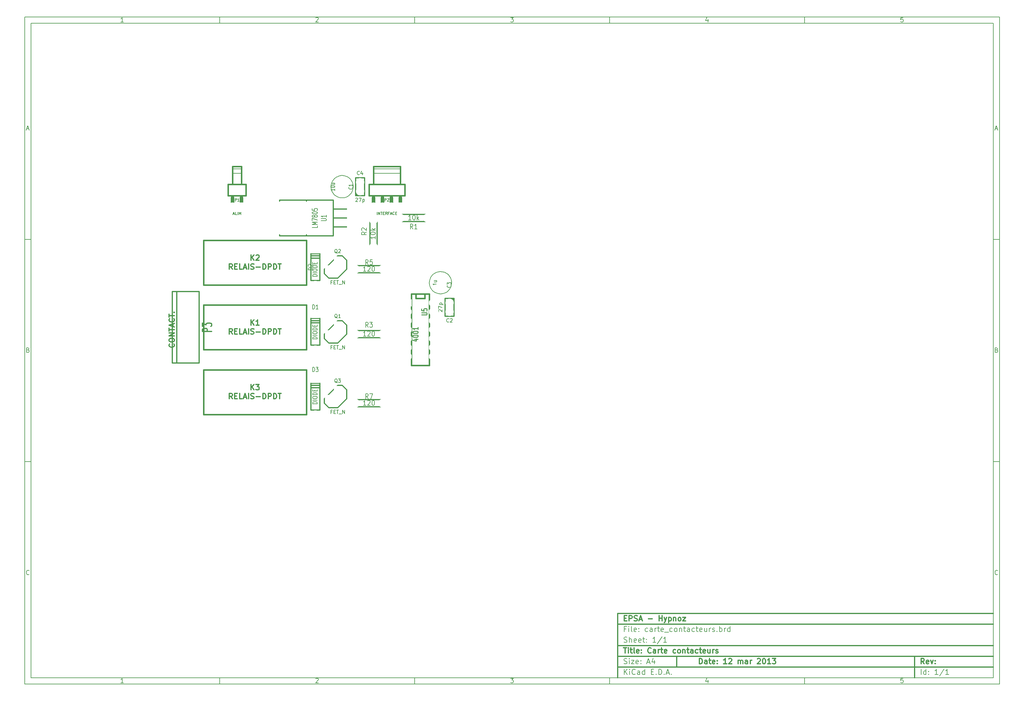
<source format=gto>
G04 (created by PCBNEW-RS274X (2012-01-19 BZR 3256)-stable) date 12/03/2013 15:32:23*
G01*
G70*
G90*
%MOIN*%
G04 Gerber Fmt 3.4, Leading zero omitted, Abs format*
%FSLAX34Y34*%
G04 APERTURE LIST*
%ADD10C,0.006000*%
%ADD11C,0.012000*%
%ADD12C,0.015000*%
%ADD13C,0.005000*%
%ADD14C,0.040000*%
%ADD15C,0.008000*%
%ADD16C,0.011300*%
%ADD17C,0.010000*%
%ADD18R,0.090000X0.090000*%
%ADD19C,0.090000*%
%ADD20R,0.110000X0.110000*%
%ADD21C,0.110000*%
%ADD22C,0.095000*%
%ADD23R,0.370000X0.370000*%
%ADD24R,0.095000X0.095000*%
%ADD25R,0.110000X0.082000*%
%ADD26O,0.110000X0.082000*%
%ADD27C,0.170000*%
%ADD28R,0.170000X0.170000*%
%ADD29C,0.270000*%
G04 APERTURE END LIST*
G54D10*
X04000Y-04000D02*
X113000Y-04000D01*
X113000Y-78670D01*
X04000Y-78670D01*
X04000Y-04000D01*
X04700Y-04700D02*
X112300Y-04700D01*
X112300Y-77970D01*
X04700Y-77970D01*
X04700Y-04700D01*
X25800Y-04000D02*
X25800Y-04700D01*
X15043Y-04552D02*
X14757Y-04552D01*
X14900Y-04552D02*
X14900Y-04052D01*
X14852Y-04124D01*
X14805Y-04171D01*
X14757Y-04195D01*
X25800Y-78670D02*
X25800Y-77970D01*
X15043Y-78522D02*
X14757Y-78522D01*
X14900Y-78522D02*
X14900Y-78022D01*
X14852Y-78094D01*
X14805Y-78141D01*
X14757Y-78165D01*
X47600Y-04000D02*
X47600Y-04700D01*
X36557Y-04100D02*
X36581Y-04076D01*
X36629Y-04052D01*
X36748Y-04052D01*
X36795Y-04076D01*
X36819Y-04100D01*
X36843Y-04148D01*
X36843Y-04195D01*
X36819Y-04267D01*
X36533Y-04552D01*
X36843Y-04552D01*
X47600Y-78670D02*
X47600Y-77970D01*
X36557Y-78070D02*
X36581Y-78046D01*
X36629Y-78022D01*
X36748Y-78022D01*
X36795Y-78046D01*
X36819Y-78070D01*
X36843Y-78118D01*
X36843Y-78165D01*
X36819Y-78237D01*
X36533Y-78522D01*
X36843Y-78522D01*
X69400Y-04000D02*
X69400Y-04700D01*
X58333Y-04052D02*
X58643Y-04052D01*
X58476Y-04243D01*
X58548Y-04243D01*
X58595Y-04267D01*
X58619Y-04290D01*
X58643Y-04338D01*
X58643Y-04457D01*
X58619Y-04505D01*
X58595Y-04529D01*
X58548Y-04552D01*
X58405Y-04552D01*
X58357Y-04529D01*
X58333Y-04505D01*
X69400Y-78670D02*
X69400Y-77970D01*
X58333Y-78022D02*
X58643Y-78022D01*
X58476Y-78213D01*
X58548Y-78213D01*
X58595Y-78237D01*
X58619Y-78260D01*
X58643Y-78308D01*
X58643Y-78427D01*
X58619Y-78475D01*
X58595Y-78499D01*
X58548Y-78522D01*
X58405Y-78522D01*
X58357Y-78499D01*
X58333Y-78475D01*
X91200Y-04000D02*
X91200Y-04700D01*
X80395Y-04219D02*
X80395Y-04552D01*
X80276Y-04029D02*
X80157Y-04386D01*
X80467Y-04386D01*
X91200Y-78670D02*
X91200Y-77970D01*
X80395Y-78189D02*
X80395Y-78522D01*
X80276Y-77999D02*
X80157Y-78356D01*
X80467Y-78356D01*
X102219Y-04052D02*
X101981Y-04052D01*
X101957Y-04290D01*
X101981Y-04267D01*
X102029Y-04243D01*
X102148Y-04243D01*
X102195Y-04267D01*
X102219Y-04290D01*
X102243Y-04338D01*
X102243Y-04457D01*
X102219Y-04505D01*
X102195Y-04529D01*
X102148Y-04552D01*
X102029Y-04552D01*
X101981Y-04529D01*
X101957Y-04505D01*
X102219Y-78022D02*
X101981Y-78022D01*
X101957Y-78260D01*
X101981Y-78237D01*
X102029Y-78213D01*
X102148Y-78213D01*
X102195Y-78237D01*
X102219Y-78260D01*
X102243Y-78308D01*
X102243Y-78427D01*
X102219Y-78475D01*
X102195Y-78499D01*
X102148Y-78522D01*
X102029Y-78522D01*
X101981Y-78499D01*
X101957Y-78475D01*
X04000Y-28890D02*
X04700Y-28890D01*
X04231Y-16510D02*
X04469Y-16510D01*
X04184Y-16652D02*
X04350Y-16152D01*
X04517Y-16652D01*
X113000Y-28890D02*
X112300Y-28890D01*
X112531Y-16510D02*
X112769Y-16510D01*
X112484Y-16652D02*
X112650Y-16152D01*
X112817Y-16652D01*
X04000Y-53780D02*
X04700Y-53780D01*
X04386Y-41280D02*
X04457Y-41304D01*
X04481Y-41328D01*
X04505Y-41376D01*
X04505Y-41447D01*
X04481Y-41495D01*
X04457Y-41519D01*
X04410Y-41542D01*
X04219Y-41542D01*
X04219Y-41042D01*
X04386Y-41042D01*
X04433Y-41066D01*
X04457Y-41090D01*
X04481Y-41138D01*
X04481Y-41185D01*
X04457Y-41233D01*
X04433Y-41257D01*
X04386Y-41280D01*
X04219Y-41280D01*
X113000Y-53780D02*
X112300Y-53780D01*
X112686Y-41280D02*
X112757Y-41304D01*
X112781Y-41328D01*
X112805Y-41376D01*
X112805Y-41447D01*
X112781Y-41495D01*
X112757Y-41519D01*
X112710Y-41542D01*
X112519Y-41542D01*
X112519Y-41042D01*
X112686Y-41042D01*
X112733Y-41066D01*
X112757Y-41090D01*
X112781Y-41138D01*
X112781Y-41185D01*
X112757Y-41233D01*
X112733Y-41257D01*
X112686Y-41280D01*
X112519Y-41280D01*
X04505Y-66385D02*
X04481Y-66409D01*
X04410Y-66432D01*
X04362Y-66432D01*
X04290Y-66409D01*
X04243Y-66361D01*
X04219Y-66313D01*
X04195Y-66218D01*
X04195Y-66147D01*
X04219Y-66051D01*
X04243Y-66004D01*
X04290Y-65956D01*
X04362Y-65932D01*
X04410Y-65932D01*
X04481Y-65956D01*
X04505Y-65980D01*
X112805Y-66385D02*
X112781Y-66409D01*
X112710Y-66432D01*
X112662Y-66432D01*
X112590Y-66409D01*
X112543Y-66361D01*
X112519Y-66313D01*
X112495Y-66218D01*
X112495Y-66147D01*
X112519Y-66051D01*
X112543Y-66004D01*
X112590Y-65956D01*
X112662Y-65932D01*
X112710Y-65932D01*
X112781Y-65956D01*
X112805Y-65980D01*
G54D11*
X79443Y-76413D02*
X79443Y-75813D01*
X79586Y-75813D01*
X79671Y-75841D01*
X79729Y-75899D01*
X79757Y-75956D01*
X79786Y-76070D01*
X79786Y-76156D01*
X79757Y-76270D01*
X79729Y-76327D01*
X79671Y-76384D01*
X79586Y-76413D01*
X79443Y-76413D01*
X80300Y-76413D02*
X80300Y-76099D01*
X80271Y-76041D01*
X80214Y-76013D01*
X80100Y-76013D01*
X80043Y-76041D01*
X80300Y-76384D02*
X80243Y-76413D01*
X80100Y-76413D01*
X80043Y-76384D01*
X80014Y-76327D01*
X80014Y-76270D01*
X80043Y-76213D01*
X80100Y-76184D01*
X80243Y-76184D01*
X80300Y-76156D01*
X80500Y-76013D02*
X80729Y-76013D01*
X80586Y-75813D02*
X80586Y-76327D01*
X80614Y-76384D01*
X80672Y-76413D01*
X80729Y-76413D01*
X81157Y-76384D02*
X81100Y-76413D01*
X80986Y-76413D01*
X80929Y-76384D01*
X80900Y-76327D01*
X80900Y-76099D01*
X80929Y-76041D01*
X80986Y-76013D01*
X81100Y-76013D01*
X81157Y-76041D01*
X81186Y-76099D01*
X81186Y-76156D01*
X80900Y-76213D01*
X81443Y-76356D02*
X81471Y-76384D01*
X81443Y-76413D01*
X81414Y-76384D01*
X81443Y-76356D01*
X81443Y-76413D01*
X81443Y-76041D02*
X81471Y-76070D01*
X81443Y-76099D01*
X81414Y-76070D01*
X81443Y-76041D01*
X81443Y-76099D01*
X82500Y-76413D02*
X82157Y-76413D01*
X82329Y-76413D02*
X82329Y-75813D01*
X82272Y-75899D01*
X82214Y-75956D01*
X82157Y-75984D01*
X82728Y-75870D02*
X82757Y-75841D01*
X82814Y-75813D01*
X82957Y-75813D01*
X83014Y-75841D01*
X83043Y-75870D01*
X83071Y-75927D01*
X83071Y-75984D01*
X83043Y-76070D01*
X82700Y-76413D01*
X83071Y-76413D01*
X83785Y-76413D02*
X83785Y-76013D01*
X83785Y-76070D02*
X83813Y-76041D01*
X83871Y-76013D01*
X83956Y-76013D01*
X84013Y-76041D01*
X84042Y-76099D01*
X84042Y-76413D01*
X84042Y-76099D02*
X84071Y-76041D01*
X84128Y-76013D01*
X84213Y-76013D01*
X84271Y-76041D01*
X84299Y-76099D01*
X84299Y-76413D01*
X84842Y-76413D02*
X84842Y-76099D01*
X84813Y-76041D01*
X84756Y-76013D01*
X84642Y-76013D01*
X84585Y-76041D01*
X84842Y-76384D02*
X84785Y-76413D01*
X84642Y-76413D01*
X84585Y-76384D01*
X84556Y-76327D01*
X84556Y-76270D01*
X84585Y-76213D01*
X84642Y-76184D01*
X84785Y-76184D01*
X84842Y-76156D01*
X85128Y-76413D02*
X85128Y-76013D01*
X85128Y-76127D02*
X85156Y-76070D01*
X85185Y-76041D01*
X85242Y-76013D01*
X85299Y-76013D01*
X85927Y-75870D02*
X85956Y-75841D01*
X86013Y-75813D01*
X86156Y-75813D01*
X86213Y-75841D01*
X86242Y-75870D01*
X86270Y-75927D01*
X86270Y-75984D01*
X86242Y-76070D01*
X85899Y-76413D01*
X86270Y-76413D01*
X86641Y-75813D02*
X86698Y-75813D01*
X86755Y-75841D01*
X86784Y-75870D01*
X86813Y-75927D01*
X86841Y-76041D01*
X86841Y-76184D01*
X86813Y-76299D01*
X86784Y-76356D01*
X86755Y-76384D01*
X86698Y-76413D01*
X86641Y-76413D01*
X86584Y-76384D01*
X86555Y-76356D01*
X86527Y-76299D01*
X86498Y-76184D01*
X86498Y-76041D01*
X86527Y-75927D01*
X86555Y-75870D01*
X86584Y-75841D01*
X86641Y-75813D01*
X87412Y-76413D02*
X87069Y-76413D01*
X87241Y-76413D02*
X87241Y-75813D01*
X87184Y-75899D01*
X87126Y-75956D01*
X87069Y-75984D01*
X87612Y-75813D02*
X87983Y-75813D01*
X87783Y-76041D01*
X87869Y-76041D01*
X87926Y-76070D01*
X87955Y-76099D01*
X87983Y-76156D01*
X87983Y-76299D01*
X87955Y-76356D01*
X87926Y-76384D01*
X87869Y-76413D01*
X87697Y-76413D01*
X87640Y-76384D01*
X87612Y-76356D01*
G54D10*
X71043Y-77613D02*
X71043Y-77013D01*
X71386Y-77613D02*
X71129Y-77270D01*
X71386Y-77013D02*
X71043Y-77356D01*
X71643Y-77613D02*
X71643Y-77213D01*
X71643Y-77013D02*
X71614Y-77041D01*
X71643Y-77070D01*
X71671Y-77041D01*
X71643Y-77013D01*
X71643Y-77070D01*
X72272Y-77556D02*
X72243Y-77584D01*
X72157Y-77613D01*
X72100Y-77613D01*
X72015Y-77584D01*
X71957Y-77527D01*
X71929Y-77470D01*
X71900Y-77356D01*
X71900Y-77270D01*
X71929Y-77156D01*
X71957Y-77099D01*
X72015Y-77041D01*
X72100Y-77013D01*
X72157Y-77013D01*
X72243Y-77041D01*
X72272Y-77070D01*
X72786Y-77613D02*
X72786Y-77299D01*
X72757Y-77241D01*
X72700Y-77213D01*
X72586Y-77213D01*
X72529Y-77241D01*
X72786Y-77584D02*
X72729Y-77613D01*
X72586Y-77613D01*
X72529Y-77584D01*
X72500Y-77527D01*
X72500Y-77470D01*
X72529Y-77413D01*
X72586Y-77384D01*
X72729Y-77384D01*
X72786Y-77356D01*
X73329Y-77613D02*
X73329Y-77013D01*
X73329Y-77584D02*
X73272Y-77613D01*
X73158Y-77613D01*
X73100Y-77584D01*
X73072Y-77556D01*
X73043Y-77499D01*
X73043Y-77327D01*
X73072Y-77270D01*
X73100Y-77241D01*
X73158Y-77213D01*
X73272Y-77213D01*
X73329Y-77241D01*
X74072Y-77299D02*
X74272Y-77299D01*
X74358Y-77613D02*
X74072Y-77613D01*
X74072Y-77013D01*
X74358Y-77013D01*
X74615Y-77556D02*
X74643Y-77584D01*
X74615Y-77613D01*
X74586Y-77584D01*
X74615Y-77556D01*
X74615Y-77613D01*
X74901Y-77613D02*
X74901Y-77013D01*
X75044Y-77013D01*
X75129Y-77041D01*
X75187Y-77099D01*
X75215Y-77156D01*
X75244Y-77270D01*
X75244Y-77356D01*
X75215Y-77470D01*
X75187Y-77527D01*
X75129Y-77584D01*
X75044Y-77613D01*
X74901Y-77613D01*
X75501Y-77556D02*
X75529Y-77584D01*
X75501Y-77613D01*
X75472Y-77584D01*
X75501Y-77556D01*
X75501Y-77613D01*
X75758Y-77441D02*
X76044Y-77441D01*
X75701Y-77613D02*
X75901Y-77013D01*
X76101Y-77613D01*
X76301Y-77556D02*
X76329Y-77584D01*
X76301Y-77613D01*
X76272Y-77584D01*
X76301Y-77556D01*
X76301Y-77613D01*
G54D11*
X104586Y-76413D02*
X104386Y-76127D01*
X104243Y-76413D02*
X104243Y-75813D01*
X104471Y-75813D01*
X104529Y-75841D01*
X104557Y-75870D01*
X104586Y-75927D01*
X104586Y-76013D01*
X104557Y-76070D01*
X104529Y-76099D01*
X104471Y-76127D01*
X104243Y-76127D01*
X105071Y-76384D02*
X105014Y-76413D01*
X104900Y-76413D01*
X104843Y-76384D01*
X104814Y-76327D01*
X104814Y-76099D01*
X104843Y-76041D01*
X104900Y-76013D01*
X105014Y-76013D01*
X105071Y-76041D01*
X105100Y-76099D01*
X105100Y-76156D01*
X104814Y-76213D01*
X105300Y-76013D02*
X105443Y-76413D01*
X105585Y-76013D01*
X105814Y-76356D02*
X105842Y-76384D01*
X105814Y-76413D01*
X105785Y-76384D01*
X105814Y-76356D01*
X105814Y-76413D01*
X105814Y-76041D02*
X105842Y-76070D01*
X105814Y-76099D01*
X105785Y-76070D01*
X105814Y-76041D01*
X105814Y-76099D01*
G54D10*
X71014Y-76384D02*
X71100Y-76413D01*
X71243Y-76413D01*
X71300Y-76384D01*
X71329Y-76356D01*
X71357Y-76299D01*
X71357Y-76241D01*
X71329Y-76184D01*
X71300Y-76156D01*
X71243Y-76127D01*
X71129Y-76099D01*
X71071Y-76070D01*
X71043Y-76041D01*
X71014Y-75984D01*
X71014Y-75927D01*
X71043Y-75870D01*
X71071Y-75841D01*
X71129Y-75813D01*
X71271Y-75813D01*
X71357Y-75841D01*
X71614Y-76413D02*
X71614Y-76013D01*
X71614Y-75813D02*
X71585Y-75841D01*
X71614Y-75870D01*
X71642Y-75841D01*
X71614Y-75813D01*
X71614Y-75870D01*
X71843Y-76013D02*
X72157Y-76013D01*
X71843Y-76413D01*
X72157Y-76413D01*
X72614Y-76384D02*
X72557Y-76413D01*
X72443Y-76413D01*
X72386Y-76384D01*
X72357Y-76327D01*
X72357Y-76099D01*
X72386Y-76041D01*
X72443Y-76013D01*
X72557Y-76013D01*
X72614Y-76041D01*
X72643Y-76099D01*
X72643Y-76156D01*
X72357Y-76213D01*
X72900Y-76356D02*
X72928Y-76384D01*
X72900Y-76413D01*
X72871Y-76384D01*
X72900Y-76356D01*
X72900Y-76413D01*
X72900Y-76041D02*
X72928Y-76070D01*
X72900Y-76099D01*
X72871Y-76070D01*
X72900Y-76041D01*
X72900Y-76099D01*
X73614Y-76241D02*
X73900Y-76241D01*
X73557Y-76413D02*
X73757Y-75813D01*
X73957Y-76413D01*
X74414Y-76013D02*
X74414Y-76413D01*
X74271Y-75784D02*
X74128Y-76213D01*
X74500Y-76213D01*
X104243Y-77613D02*
X104243Y-77013D01*
X104786Y-77613D02*
X104786Y-77013D01*
X104786Y-77584D02*
X104729Y-77613D01*
X104615Y-77613D01*
X104557Y-77584D01*
X104529Y-77556D01*
X104500Y-77499D01*
X104500Y-77327D01*
X104529Y-77270D01*
X104557Y-77241D01*
X104615Y-77213D01*
X104729Y-77213D01*
X104786Y-77241D01*
X105072Y-77556D02*
X105100Y-77584D01*
X105072Y-77613D01*
X105043Y-77584D01*
X105072Y-77556D01*
X105072Y-77613D01*
X105072Y-77241D02*
X105100Y-77270D01*
X105072Y-77299D01*
X105043Y-77270D01*
X105072Y-77241D01*
X105072Y-77299D01*
X106129Y-77613D02*
X105786Y-77613D01*
X105958Y-77613D02*
X105958Y-77013D01*
X105901Y-77099D01*
X105843Y-77156D01*
X105786Y-77184D01*
X106814Y-76984D02*
X106300Y-77756D01*
X107329Y-77613D02*
X106986Y-77613D01*
X107158Y-77613D02*
X107158Y-77013D01*
X107101Y-77099D01*
X107043Y-77156D01*
X106986Y-77184D01*
G54D11*
X70957Y-74613D02*
X71300Y-74613D01*
X71129Y-75213D02*
X71129Y-74613D01*
X71500Y-75213D02*
X71500Y-74813D01*
X71500Y-74613D02*
X71471Y-74641D01*
X71500Y-74670D01*
X71528Y-74641D01*
X71500Y-74613D01*
X71500Y-74670D01*
X71700Y-74813D02*
X71929Y-74813D01*
X71786Y-74613D02*
X71786Y-75127D01*
X71814Y-75184D01*
X71872Y-75213D01*
X71929Y-75213D01*
X72215Y-75213D02*
X72157Y-75184D01*
X72129Y-75127D01*
X72129Y-74613D01*
X72671Y-75184D02*
X72614Y-75213D01*
X72500Y-75213D01*
X72443Y-75184D01*
X72414Y-75127D01*
X72414Y-74899D01*
X72443Y-74841D01*
X72500Y-74813D01*
X72614Y-74813D01*
X72671Y-74841D01*
X72700Y-74899D01*
X72700Y-74956D01*
X72414Y-75013D01*
X72957Y-75156D02*
X72985Y-75184D01*
X72957Y-75213D01*
X72928Y-75184D01*
X72957Y-75156D01*
X72957Y-75213D01*
X72957Y-74841D02*
X72985Y-74870D01*
X72957Y-74899D01*
X72928Y-74870D01*
X72957Y-74841D01*
X72957Y-74899D01*
X74043Y-75156D02*
X74014Y-75184D01*
X73928Y-75213D01*
X73871Y-75213D01*
X73786Y-75184D01*
X73728Y-75127D01*
X73700Y-75070D01*
X73671Y-74956D01*
X73671Y-74870D01*
X73700Y-74756D01*
X73728Y-74699D01*
X73786Y-74641D01*
X73871Y-74613D01*
X73928Y-74613D01*
X74014Y-74641D01*
X74043Y-74670D01*
X74557Y-75213D02*
X74557Y-74899D01*
X74528Y-74841D01*
X74471Y-74813D01*
X74357Y-74813D01*
X74300Y-74841D01*
X74557Y-75184D02*
X74500Y-75213D01*
X74357Y-75213D01*
X74300Y-75184D01*
X74271Y-75127D01*
X74271Y-75070D01*
X74300Y-75013D01*
X74357Y-74984D01*
X74500Y-74984D01*
X74557Y-74956D01*
X74843Y-75213D02*
X74843Y-74813D01*
X74843Y-74927D02*
X74871Y-74870D01*
X74900Y-74841D01*
X74957Y-74813D01*
X75014Y-74813D01*
X75128Y-74813D02*
X75357Y-74813D01*
X75214Y-74613D02*
X75214Y-75127D01*
X75242Y-75184D01*
X75300Y-75213D01*
X75357Y-75213D01*
X75785Y-75184D02*
X75728Y-75213D01*
X75614Y-75213D01*
X75557Y-75184D01*
X75528Y-75127D01*
X75528Y-74899D01*
X75557Y-74841D01*
X75614Y-74813D01*
X75728Y-74813D01*
X75785Y-74841D01*
X75814Y-74899D01*
X75814Y-74956D01*
X75528Y-75013D01*
X76785Y-75184D02*
X76728Y-75213D01*
X76614Y-75213D01*
X76556Y-75184D01*
X76528Y-75156D01*
X76499Y-75099D01*
X76499Y-74927D01*
X76528Y-74870D01*
X76556Y-74841D01*
X76614Y-74813D01*
X76728Y-74813D01*
X76785Y-74841D01*
X77128Y-75213D02*
X77070Y-75184D01*
X77042Y-75156D01*
X77013Y-75099D01*
X77013Y-74927D01*
X77042Y-74870D01*
X77070Y-74841D01*
X77128Y-74813D01*
X77213Y-74813D01*
X77270Y-74841D01*
X77299Y-74870D01*
X77328Y-74927D01*
X77328Y-75099D01*
X77299Y-75156D01*
X77270Y-75184D01*
X77213Y-75213D01*
X77128Y-75213D01*
X77585Y-74813D02*
X77585Y-75213D01*
X77585Y-74870D02*
X77613Y-74841D01*
X77671Y-74813D01*
X77756Y-74813D01*
X77813Y-74841D01*
X77842Y-74899D01*
X77842Y-75213D01*
X78042Y-74813D02*
X78271Y-74813D01*
X78128Y-74613D02*
X78128Y-75127D01*
X78156Y-75184D01*
X78214Y-75213D01*
X78271Y-75213D01*
X78728Y-75213D02*
X78728Y-74899D01*
X78699Y-74841D01*
X78642Y-74813D01*
X78528Y-74813D01*
X78471Y-74841D01*
X78728Y-75184D02*
X78671Y-75213D01*
X78528Y-75213D01*
X78471Y-75184D01*
X78442Y-75127D01*
X78442Y-75070D01*
X78471Y-75013D01*
X78528Y-74984D01*
X78671Y-74984D01*
X78728Y-74956D01*
X79271Y-75184D02*
X79214Y-75213D01*
X79100Y-75213D01*
X79042Y-75184D01*
X79014Y-75156D01*
X78985Y-75099D01*
X78985Y-74927D01*
X79014Y-74870D01*
X79042Y-74841D01*
X79100Y-74813D01*
X79214Y-74813D01*
X79271Y-74841D01*
X79442Y-74813D02*
X79671Y-74813D01*
X79528Y-74613D02*
X79528Y-75127D01*
X79556Y-75184D01*
X79614Y-75213D01*
X79671Y-75213D01*
X80099Y-75184D02*
X80042Y-75213D01*
X79928Y-75213D01*
X79871Y-75184D01*
X79842Y-75127D01*
X79842Y-74899D01*
X79871Y-74841D01*
X79928Y-74813D01*
X80042Y-74813D01*
X80099Y-74841D01*
X80128Y-74899D01*
X80128Y-74956D01*
X79842Y-75013D01*
X80642Y-74813D02*
X80642Y-75213D01*
X80385Y-74813D02*
X80385Y-75127D01*
X80413Y-75184D01*
X80471Y-75213D01*
X80556Y-75213D01*
X80613Y-75184D01*
X80642Y-75156D01*
X80928Y-75213D02*
X80928Y-74813D01*
X80928Y-74927D02*
X80956Y-74870D01*
X80985Y-74841D01*
X81042Y-74813D01*
X81099Y-74813D01*
X81270Y-75184D02*
X81327Y-75213D01*
X81442Y-75213D01*
X81499Y-75184D01*
X81527Y-75127D01*
X81527Y-75099D01*
X81499Y-75041D01*
X81442Y-75013D01*
X81356Y-75013D01*
X81299Y-74984D01*
X81270Y-74927D01*
X81270Y-74899D01*
X81299Y-74841D01*
X81356Y-74813D01*
X81442Y-74813D01*
X81499Y-74841D01*
G54D10*
X71243Y-72499D02*
X71043Y-72499D01*
X71043Y-72813D02*
X71043Y-72213D01*
X71329Y-72213D01*
X71557Y-72813D02*
X71557Y-72413D01*
X71557Y-72213D02*
X71528Y-72241D01*
X71557Y-72270D01*
X71585Y-72241D01*
X71557Y-72213D01*
X71557Y-72270D01*
X71929Y-72813D02*
X71871Y-72784D01*
X71843Y-72727D01*
X71843Y-72213D01*
X72385Y-72784D02*
X72328Y-72813D01*
X72214Y-72813D01*
X72157Y-72784D01*
X72128Y-72727D01*
X72128Y-72499D01*
X72157Y-72441D01*
X72214Y-72413D01*
X72328Y-72413D01*
X72385Y-72441D01*
X72414Y-72499D01*
X72414Y-72556D01*
X72128Y-72613D01*
X72671Y-72756D02*
X72699Y-72784D01*
X72671Y-72813D01*
X72642Y-72784D01*
X72671Y-72756D01*
X72671Y-72813D01*
X72671Y-72441D02*
X72699Y-72470D01*
X72671Y-72499D01*
X72642Y-72470D01*
X72671Y-72441D01*
X72671Y-72499D01*
X73671Y-72784D02*
X73614Y-72813D01*
X73500Y-72813D01*
X73442Y-72784D01*
X73414Y-72756D01*
X73385Y-72699D01*
X73385Y-72527D01*
X73414Y-72470D01*
X73442Y-72441D01*
X73500Y-72413D01*
X73614Y-72413D01*
X73671Y-72441D01*
X74185Y-72813D02*
X74185Y-72499D01*
X74156Y-72441D01*
X74099Y-72413D01*
X73985Y-72413D01*
X73928Y-72441D01*
X74185Y-72784D02*
X74128Y-72813D01*
X73985Y-72813D01*
X73928Y-72784D01*
X73899Y-72727D01*
X73899Y-72670D01*
X73928Y-72613D01*
X73985Y-72584D01*
X74128Y-72584D01*
X74185Y-72556D01*
X74471Y-72813D02*
X74471Y-72413D01*
X74471Y-72527D02*
X74499Y-72470D01*
X74528Y-72441D01*
X74585Y-72413D01*
X74642Y-72413D01*
X74756Y-72413D02*
X74985Y-72413D01*
X74842Y-72213D02*
X74842Y-72727D01*
X74870Y-72784D01*
X74928Y-72813D01*
X74985Y-72813D01*
X75413Y-72784D02*
X75356Y-72813D01*
X75242Y-72813D01*
X75185Y-72784D01*
X75156Y-72727D01*
X75156Y-72499D01*
X75185Y-72441D01*
X75242Y-72413D01*
X75356Y-72413D01*
X75413Y-72441D01*
X75442Y-72499D01*
X75442Y-72556D01*
X75156Y-72613D01*
X75556Y-72870D02*
X76013Y-72870D01*
X76413Y-72784D02*
X76356Y-72813D01*
X76242Y-72813D01*
X76184Y-72784D01*
X76156Y-72756D01*
X76127Y-72699D01*
X76127Y-72527D01*
X76156Y-72470D01*
X76184Y-72441D01*
X76242Y-72413D01*
X76356Y-72413D01*
X76413Y-72441D01*
X76756Y-72813D02*
X76698Y-72784D01*
X76670Y-72756D01*
X76641Y-72699D01*
X76641Y-72527D01*
X76670Y-72470D01*
X76698Y-72441D01*
X76756Y-72413D01*
X76841Y-72413D01*
X76898Y-72441D01*
X76927Y-72470D01*
X76956Y-72527D01*
X76956Y-72699D01*
X76927Y-72756D01*
X76898Y-72784D01*
X76841Y-72813D01*
X76756Y-72813D01*
X77213Y-72413D02*
X77213Y-72813D01*
X77213Y-72470D02*
X77241Y-72441D01*
X77299Y-72413D01*
X77384Y-72413D01*
X77441Y-72441D01*
X77470Y-72499D01*
X77470Y-72813D01*
X77670Y-72413D02*
X77899Y-72413D01*
X77756Y-72213D02*
X77756Y-72727D01*
X77784Y-72784D01*
X77842Y-72813D01*
X77899Y-72813D01*
X78356Y-72813D02*
X78356Y-72499D01*
X78327Y-72441D01*
X78270Y-72413D01*
X78156Y-72413D01*
X78099Y-72441D01*
X78356Y-72784D02*
X78299Y-72813D01*
X78156Y-72813D01*
X78099Y-72784D01*
X78070Y-72727D01*
X78070Y-72670D01*
X78099Y-72613D01*
X78156Y-72584D01*
X78299Y-72584D01*
X78356Y-72556D01*
X78899Y-72784D02*
X78842Y-72813D01*
X78728Y-72813D01*
X78670Y-72784D01*
X78642Y-72756D01*
X78613Y-72699D01*
X78613Y-72527D01*
X78642Y-72470D01*
X78670Y-72441D01*
X78728Y-72413D01*
X78842Y-72413D01*
X78899Y-72441D01*
X79070Y-72413D02*
X79299Y-72413D01*
X79156Y-72213D02*
X79156Y-72727D01*
X79184Y-72784D01*
X79242Y-72813D01*
X79299Y-72813D01*
X79727Y-72784D02*
X79670Y-72813D01*
X79556Y-72813D01*
X79499Y-72784D01*
X79470Y-72727D01*
X79470Y-72499D01*
X79499Y-72441D01*
X79556Y-72413D01*
X79670Y-72413D01*
X79727Y-72441D01*
X79756Y-72499D01*
X79756Y-72556D01*
X79470Y-72613D01*
X80270Y-72413D02*
X80270Y-72813D01*
X80013Y-72413D02*
X80013Y-72727D01*
X80041Y-72784D01*
X80099Y-72813D01*
X80184Y-72813D01*
X80241Y-72784D01*
X80270Y-72756D01*
X80556Y-72813D02*
X80556Y-72413D01*
X80556Y-72527D02*
X80584Y-72470D01*
X80613Y-72441D01*
X80670Y-72413D01*
X80727Y-72413D01*
X80898Y-72784D02*
X80955Y-72813D01*
X81070Y-72813D01*
X81127Y-72784D01*
X81155Y-72727D01*
X81155Y-72699D01*
X81127Y-72641D01*
X81070Y-72613D01*
X80984Y-72613D01*
X80927Y-72584D01*
X80898Y-72527D01*
X80898Y-72499D01*
X80927Y-72441D01*
X80984Y-72413D01*
X81070Y-72413D01*
X81127Y-72441D01*
X81413Y-72756D02*
X81441Y-72784D01*
X81413Y-72813D01*
X81384Y-72784D01*
X81413Y-72756D01*
X81413Y-72813D01*
X81699Y-72813D02*
X81699Y-72213D01*
X81699Y-72441D02*
X81756Y-72413D01*
X81870Y-72413D01*
X81927Y-72441D01*
X81956Y-72470D01*
X81985Y-72527D01*
X81985Y-72699D01*
X81956Y-72756D01*
X81927Y-72784D01*
X81870Y-72813D01*
X81756Y-72813D01*
X81699Y-72784D01*
X82242Y-72813D02*
X82242Y-72413D01*
X82242Y-72527D02*
X82270Y-72470D01*
X82299Y-72441D01*
X82356Y-72413D01*
X82413Y-72413D01*
X82870Y-72813D02*
X82870Y-72213D01*
X82870Y-72784D02*
X82813Y-72813D01*
X82699Y-72813D01*
X82641Y-72784D01*
X82613Y-72756D01*
X82584Y-72699D01*
X82584Y-72527D01*
X82613Y-72470D01*
X82641Y-72441D01*
X82699Y-72413D01*
X82813Y-72413D01*
X82870Y-72441D01*
X71014Y-73984D02*
X71100Y-74013D01*
X71243Y-74013D01*
X71300Y-73984D01*
X71329Y-73956D01*
X71357Y-73899D01*
X71357Y-73841D01*
X71329Y-73784D01*
X71300Y-73756D01*
X71243Y-73727D01*
X71129Y-73699D01*
X71071Y-73670D01*
X71043Y-73641D01*
X71014Y-73584D01*
X71014Y-73527D01*
X71043Y-73470D01*
X71071Y-73441D01*
X71129Y-73413D01*
X71271Y-73413D01*
X71357Y-73441D01*
X71614Y-74013D02*
X71614Y-73413D01*
X71871Y-74013D02*
X71871Y-73699D01*
X71842Y-73641D01*
X71785Y-73613D01*
X71700Y-73613D01*
X71642Y-73641D01*
X71614Y-73670D01*
X72385Y-73984D02*
X72328Y-74013D01*
X72214Y-74013D01*
X72157Y-73984D01*
X72128Y-73927D01*
X72128Y-73699D01*
X72157Y-73641D01*
X72214Y-73613D01*
X72328Y-73613D01*
X72385Y-73641D01*
X72414Y-73699D01*
X72414Y-73756D01*
X72128Y-73813D01*
X72899Y-73984D02*
X72842Y-74013D01*
X72728Y-74013D01*
X72671Y-73984D01*
X72642Y-73927D01*
X72642Y-73699D01*
X72671Y-73641D01*
X72728Y-73613D01*
X72842Y-73613D01*
X72899Y-73641D01*
X72928Y-73699D01*
X72928Y-73756D01*
X72642Y-73813D01*
X73099Y-73613D02*
X73328Y-73613D01*
X73185Y-73413D02*
X73185Y-73927D01*
X73213Y-73984D01*
X73271Y-74013D01*
X73328Y-74013D01*
X73528Y-73956D02*
X73556Y-73984D01*
X73528Y-74013D01*
X73499Y-73984D01*
X73528Y-73956D01*
X73528Y-74013D01*
X73528Y-73641D02*
X73556Y-73670D01*
X73528Y-73699D01*
X73499Y-73670D01*
X73528Y-73641D01*
X73528Y-73699D01*
X74585Y-74013D02*
X74242Y-74013D01*
X74414Y-74013D02*
X74414Y-73413D01*
X74357Y-73499D01*
X74299Y-73556D01*
X74242Y-73584D01*
X75270Y-73384D02*
X74756Y-74156D01*
X75785Y-74013D02*
X75442Y-74013D01*
X75614Y-74013D02*
X75614Y-73413D01*
X75557Y-73499D01*
X75499Y-73556D01*
X75442Y-73584D01*
G54D11*
X71043Y-71299D02*
X71243Y-71299D01*
X71329Y-71613D02*
X71043Y-71613D01*
X71043Y-71013D01*
X71329Y-71013D01*
X71586Y-71613D02*
X71586Y-71013D01*
X71814Y-71013D01*
X71872Y-71041D01*
X71900Y-71070D01*
X71929Y-71127D01*
X71929Y-71213D01*
X71900Y-71270D01*
X71872Y-71299D01*
X71814Y-71327D01*
X71586Y-71327D01*
X72157Y-71584D02*
X72243Y-71613D01*
X72386Y-71613D01*
X72443Y-71584D01*
X72472Y-71556D01*
X72500Y-71499D01*
X72500Y-71441D01*
X72472Y-71384D01*
X72443Y-71356D01*
X72386Y-71327D01*
X72272Y-71299D01*
X72214Y-71270D01*
X72186Y-71241D01*
X72157Y-71184D01*
X72157Y-71127D01*
X72186Y-71070D01*
X72214Y-71041D01*
X72272Y-71013D01*
X72414Y-71013D01*
X72500Y-71041D01*
X72728Y-71441D02*
X73014Y-71441D01*
X72671Y-71613D02*
X72871Y-71013D01*
X73071Y-71613D01*
X73728Y-71384D02*
X74185Y-71384D01*
X74928Y-71613D02*
X74928Y-71013D01*
X74928Y-71299D02*
X75271Y-71299D01*
X75271Y-71613D02*
X75271Y-71013D01*
X75500Y-71213D02*
X75643Y-71613D01*
X75785Y-71213D02*
X75643Y-71613D01*
X75585Y-71756D01*
X75557Y-71784D01*
X75500Y-71813D01*
X76014Y-71213D02*
X76014Y-71813D01*
X76014Y-71241D02*
X76071Y-71213D01*
X76185Y-71213D01*
X76242Y-71241D01*
X76271Y-71270D01*
X76300Y-71327D01*
X76300Y-71499D01*
X76271Y-71556D01*
X76242Y-71584D01*
X76185Y-71613D01*
X76071Y-71613D01*
X76014Y-71584D01*
X76557Y-71213D02*
X76557Y-71613D01*
X76557Y-71270D02*
X76585Y-71241D01*
X76643Y-71213D01*
X76728Y-71213D01*
X76785Y-71241D01*
X76814Y-71299D01*
X76814Y-71613D01*
X77186Y-71613D02*
X77128Y-71584D01*
X77100Y-71556D01*
X77071Y-71499D01*
X77071Y-71327D01*
X77100Y-71270D01*
X77128Y-71241D01*
X77186Y-71213D01*
X77271Y-71213D01*
X77328Y-71241D01*
X77357Y-71270D01*
X77386Y-71327D01*
X77386Y-71499D01*
X77357Y-71556D01*
X77328Y-71584D01*
X77271Y-71613D01*
X77186Y-71613D01*
X77586Y-71213D02*
X77900Y-71213D01*
X77586Y-71613D01*
X77900Y-71613D01*
X70300Y-70770D02*
X70300Y-77970D01*
X70300Y-71970D02*
X112300Y-71970D01*
X70300Y-70770D02*
X112300Y-70770D01*
X70300Y-74370D02*
X112300Y-74370D01*
X103500Y-75570D02*
X103500Y-77970D01*
X70300Y-76770D02*
X112300Y-76770D01*
X70300Y-75570D02*
X112300Y-75570D01*
X76900Y-75570D02*
X76900Y-76770D01*
X39000Y-38000D02*
X37500Y-39500D01*
X37500Y-39500D02*
X37500Y-40000D01*
X37500Y-40000D02*
X38000Y-40500D01*
X38000Y-40500D02*
X39000Y-40500D01*
X39000Y-40500D02*
X40000Y-39500D01*
X40000Y-39500D02*
X40000Y-38500D01*
X40000Y-38500D02*
X39500Y-38000D01*
X39500Y-38000D02*
X39000Y-38000D01*
X39000Y-30750D02*
X37500Y-32250D01*
X37500Y-32250D02*
X37500Y-32750D01*
X37500Y-32750D02*
X38000Y-33250D01*
X38000Y-33250D02*
X39000Y-33250D01*
X39000Y-33250D02*
X40000Y-32250D01*
X40000Y-32250D02*
X40000Y-31250D01*
X40000Y-31250D02*
X39500Y-30750D01*
X39500Y-30750D02*
X39000Y-30750D01*
X39000Y-45250D02*
X37500Y-46750D01*
X37500Y-46750D02*
X37500Y-47250D01*
X37500Y-47250D02*
X38000Y-47750D01*
X38000Y-47750D02*
X39000Y-47750D01*
X39000Y-47750D02*
X40000Y-46750D01*
X40000Y-46750D02*
X40000Y-45750D01*
X40000Y-45750D02*
X39500Y-45250D01*
X39500Y-45250D02*
X39000Y-45250D01*
G54D12*
X35500Y-48500D02*
X24000Y-48500D01*
X24000Y-48500D02*
X24000Y-43500D01*
X24000Y-43500D02*
X35500Y-43500D01*
X35500Y-43500D02*
X35500Y-48500D01*
X35500Y-34000D02*
X24000Y-34000D01*
X24000Y-34000D02*
X24000Y-29000D01*
X24000Y-29000D02*
X35500Y-29000D01*
X35500Y-29000D02*
X35500Y-34000D01*
X35500Y-41250D02*
X24000Y-41250D01*
X24000Y-41250D02*
X24000Y-36250D01*
X24000Y-36250D02*
X35500Y-36250D01*
X35500Y-36250D02*
X35500Y-41250D01*
G54D11*
X41000Y-39500D02*
X41200Y-39500D01*
X44000Y-39500D02*
X43800Y-39500D01*
X43800Y-39500D02*
X43800Y-39100D01*
X43800Y-39100D02*
X41200Y-39100D01*
X41200Y-39100D02*
X41200Y-39900D01*
X41200Y-39900D02*
X43800Y-39900D01*
X43800Y-39900D02*
X43800Y-39500D01*
X41200Y-39300D02*
X41400Y-39100D01*
X43000Y-26750D02*
X43000Y-26950D01*
X43000Y-29750D02*
X43000Y-29550D01*
X43000Y-29550D02*
X43400Y-29550D01*
X43400Y-29550D02*
X43400Y-26950D01*
X43400Y-26950D02*
X42600Y-26950D01*
X42600Y-26950D02*
X42600Y-29550D01*
X42600Y-29550D02*
X43000Y-29550D01*
X43200Y-26950D02*
X43400Y-27150D01*
X49000Y-26500D02*
X48800Y-26500D01*
X46000Y-26500D02*
X46200Y-26500D01*
X46200Y-26500D02*
X46200Y-26900D01*
X46200Y-26900D02*
X48800Y-26900D01*
X48800Y-26900D02*
X48800Y-26100D01*
X48800Y-26100D02*
X46200Y-26100D01*
X46200Y-26100D02*
X46200Y-26500D01*
X48800Y-26700D02*
X48600Y-26900D01*
X41000Y-47250D02*
X41200Y-47250D01*
X44000Y-47250D02*
X43800Y-47250D01*
X43800Y-47250D02*
X43800Y-46850D01*
X43800Y-46850D02*
X41200Y-46850D01*
X41200Y-46850D02*
X41200Y-47650D01*
X41200Y-47650D02*
X43800Y-47650D01*
X43800Y-47650D02*
X43800Y-47250D01*
X41200Y-47050D02*
X41400Y-46850D01*
X41000Y-32250D02*
X41200Y-32250D01*
X44000Y-32250D02*
X43800Y-32250D01*
X43800Y-32250D02*
X43800Y-31850D01*
X43800Y-31850D02*
X41200Y-31850D01*
X41200Y-31850D02*
X41200Y-32650D01*
X41200Y-32650D02*
X43800Y-32650D01*
X43800Y-32650D02*
X43800Y-32250D01*
X41200Y-32050D02*
X41400Y-31850D01*
X40500Y-27500D02*
X38500Y-27500D01*
X40500Y-26500D02*
X38500Y-26500D01*
X40500Y-25500D02*
X38500Y-25500D01*
X38500Y-28000D02*
X38500Y-24500D01*
X38500Y-24500D02*
X32500Y-24500D01*
X32500Y-24500D02*
X32500Y-28500D01*
X38500Y-28000D02*
X38500Y-28500D01*
X35500Y-25000D02*
X35500Y-28500D01*
X35500Y-25000D02*
X35500Y-24500D01*
X38500Y-28500D02*
X32500Y-28500D01*
G54D13*
X44000Y-21000D02*
X46000Y-21000D01*
X44000Y-21500D02*
X46000Y-21500D01*
G54D12*
X46000Y-20750D02*
X44000Y-20750D01*
X46500Y-22750D02*
X44500Y-22750D01*
X46500Y-24000D02*
X44500Y-24000D01*
G54D14*
X44000Y-25250D02*
X44000Y-24250D01*
X45000Y-25250D02*
X45000Y-24250D01*
X43000Y-25250D02*
X43000Y-24250D01*
X46000Y-25250D02*
X46000Y-24250D01*
G54D13*
X44000Y-21500D02*
X43000Y-21500D01*
X44000Y-21000D02*
X43000Y-21000D01*
G54D12*
X46000Y-22750D02*
X46000Y-20750D01*
X44000Y-20750D02*
X43000Y-20750D01*
X43000Y-20750D02*
X43000Y-22750D01*
X46500Y-24000D02*
X46500Y-22750D01*
X44500Y-22750D02*
X42500Y-22750D01*
X42500Y-22750D02*
X42500Y-24000D01*
X44500Y-24000D02*
X42500Y-24000D01*
G54D14*
X27250Y-25250D02*
X27250Y-24250D01*
X28250Y-25250D02*
X28250Y-24250D01*
G54D13*
X28250Y-21500D02*
X27250Y-21500D01*
X28250Y-21000D02*
X27250Y-21000D01*
G54D12*
X28250Y-22750D02*
X28250Y-20750D01*
X28250Y-20750D02*
X27250Y-20750D01*
X27250Y-20750D02*
X27250Y-22750D01*
X28750Y-24000D02*
X28750Y-22750D01*
X28750Y-22750D02*
X26750Y-22750D01*
X26750Y-22750D02*
X26750Y-24000D01*
X28750Y-24000D02*
X26750Y-24000D01*
X49250Y-35000D02*
X49250Y-43000D01*
X47250Y-43000D02*
X47250Y-35000D01*
X47250Y-35000D02*
X49250Y-35000D01*
X48750Y-35000D02*
X48750Y-35500D01*
X48750Y-35500D02*
X47750Y-35500D01*
X47750Y-35500D02*
X47750Y-35000D01*
X49250Y-43000D02*
X47250Y-43000D01*
G54D13*
X51750Y-33750D02*
X51726Y-33992D01*
X51655Y-34226D01*
X51541Y-34441D01*
X51386Y-34630D01*
X51198Y-34786D01*
X50984Y-34902D01*
X50751Y-34974D01*
X50508Y-34999D01*
X50266Y-34977D01*
X50032Y-34908D01*
X49816Y-34795D01*
X49626Y-34643D01*
X49469Y-34456D01*
X49352Y-34242D01*
X49278Y-34009D01*
X49251Y-33767D01*
X49271Y-33525D01*
X49338Y-33290D01*
X49450Y-33073D01*
X49601Y-32882D01*
X49787Y-32724D01*
X50000Y-32605D01*
X50232Y-32530D01*
X50474Y-32501D01*
X50717Y-32519D01*
X50952Y-32585D01*
X51169Y-32695D01*
X51362Y-32845D01*
X51521Y-33030D01*
X51641Y-33242D01*
X51718Y-33474D01*
X51749Y-33716D01*
X51750Y-33750D01*
X40750Y-23000D02*
X40726Y-23242D01*
X40655Y-23476D01*
X40541Y-23691D01*
X40386Y-23880D01*
X40198Y-24036D01*
X39984Y-24152D01*
X39751Y-24224D01*
X39508Y-24249D01*
X39266Y-24227D01*
X39032Y-24158D01*
X38816Y-24045D01*
X38626Y-23893D01*
X38469Y-23706D01*
X38352Y-23492D01*
X38278Y-23259D01*
X38251Y-23017D01*
X38271Y-22775D01*
X38338Y-22540D01*
X38450Y-22323D01*
X38601Y-22132D01*
X38787Y-21974D01*
X39000Y-21855D01*
X39232Y-21780D01*
X39474Y-21751D01*
X39717Y-21769D01*
X39952Y-21835D01*
X40169Y-21945D01*
X40362Y-22095D01*
X40521Y-22280D01*
X40641Y-22492D01*
X40718Y-22724D01*
X40749Y-22966D01*
X40750Y-23000D01*
G54D11*
X41000Y-23980D02*
X41000Y-22000D01*
X41000Y-22000D02*
X42000Y-22000D01*
X42000Y-22000D02*
X42000Y-24000D01*
X42000Y-24000D02*
X41000Y-24000D01*
X41250Y-24000D02*
X41000Y-23750D01*
X52000Y-35520D02*
X52000Y-37500D01*
X52000Y-37500D02*
X51000Y-37500D01*
X51000Y-37500D02*
X51000Y-35500D01*
X51000Y-35500D02*
X52000Y-35500D01*
X51750Y-35500D02*
X52000Y-35750D01*
X23500Y-34750D02*
X20500Y-34750D01*
X20500Y-42750D02*
X23500Y-42750D01*
X21000Y-42750D02*
X21000Y-34750D01*
X23500Y-34750D02*
X23500Y-42750D01*
X20500Y-34750D02*
X20500Y-42750D01*
G54D12*
X50900Y-22500D02*
X50882Y-22674D01*
X50832Y-22842D01*
X50749Y-22998D01*
X50638Y-23134D01*
X50503Y-23246D01*
X50348Y-23329D01*
X50180Y-23381D01*
X50006Y-23399D01*
X49832Y-23384D01*
X49663Y-23334D01*
X49508Y-23253D01*
X49371Y-23143D01*
X49258Y-23008D01*
X49173Y-22854D01*
X49120Y-22687D01*
X49101Y-22512D01*
X49115Y-22338D01*
X49164Y-22169D01*
X49244Y-22013D01*
X49353Y-21875D01*
X49487Y-21761D01*
X49640Y-21676D01*
X49807Y-21621D01*
X49982Y-21601D01*
X50156Y-21614D01*
X50325Y-21661D01*
X50482Y-21741D01*
X50620Y-21849D01*
X50735Y-21982D01*
X50822Y-22134D01*
X50877Y-22301D01*
X50899Y-22475D01*
X50900Y-22500D01*
X50900Y-50000D02*
X50882Y-50174D01*
X50832Y-50342D01*
X50749Y-50498D01*
X50638Y-50634D01*
X50503Y-50746D01*
X50348Y-50829D01*
X50180Y-50881D01*
X50006Y-50899D01*
X49832Y-50884D01*
X49663Y-50834D01*
X49508Y-50753D01*
X49371Y-50643D01*
X49258Y-50508D01*
X49173Y-50354D01*
X49120Y-50187D01*
X49101Y-50012D01*
X49115Y-49838D01*
X49164Y-49669D01*
X49244Y-49513D01*
X49353Y-49375D01*
X49487Y-49261D01*
X49640Y-49176D01*
X49807Y-49121D01*
X49982Y-49101D01*
X50156Y-49114D01*
X50325Y-49161D01*
X50482Y-49241D01*
X50620Y-49349D01*
X50735Y-49482D01*
X50822Y-49634D01*
X50877Y-49801D01*
X50899Y-49975D01*
X50900Y-50000D01*
X23400Y-50000D02*
X23382Y-50174D01*
X23332Y-50342D01*
X23249Y-50498D01*
X23138Y-50634D01*
X23003Y-50746D01*
X22848Y-50829D01*
X22680Y-50881D01*
X22506Y-50899D01*
X22332Y-50884D01*
X22163Y-50834D01*
X22008Y-50753D01*
X21871Y-50643D01*
X21758Y-50508D01*
X21673Y-50354D01*
X21620Y-50187D01*
X21601Y-50012D01*
X21615Y-49838D01*
X21664Y-49669D01*
X21744Y-49513D01*
X21853Y-49375D01*
X21987Y-49261D01*
X22140Y-49176D01*
X22307Y-49121D01*
X22482Y-49101D01*
X22656Y-49114D01*
X22825Y-49161D01*
X22982Y-49241D01*
X23120Y-49349D01*
X23235Y-49482D01*
X23322Y-49634D01*
X23377Y-49801D01*
X23399Y-49975D01*
X23400Y-50000D01*
X31650Y-22500D02*
X31632Y-22674D01*
X31582Y-22842D01*
X31499Y-22998D01*
X31388Y-23134D01*
X31253Y-23246D01*
X31098Y-23329D01*
X30930Y-23381D01*
X30756Y-23399D01*
X30582Y-23384D01*
X30413Y-23334D01*
X30258Y-23253D01*
X30121Y-23143D01*
X30008Y-23008D01*
X29923Y-22854D01*
X29870Y-22687D01*
X29851Y-22512D01*
X29865Y-22338D01*
X29914Y-22169D01*
X29994Y-22013D01*
X30103Y-21875D01*
X30237Y-21761D01*
X30390Y-21676D01*
X30557Y-21621D01*
X30732Y-21601D01*
X30906Y-21614D01*
X31075Y-21661D01*
X31232Y-21741D01*
X31370Y-21849D01*
X31485Y-21982D01*
X31572Y-22134D01*
X31627Y-22301D01*
X31649Y-22475D01*
X31650Y-22500D01*
G54D11*
X36000Y-40750D02*
X36000Y-37750D01*
X36000Y-37750D02*
X37000Y-37750D01*
X37000Y-37750D02*
X37000Y-40750D01*
X37000Y-40750D02*
X36000Y-40750D01*
X36000Y-38000D02*
X37000Y-38000D01*
X37000Y-38250D02*
X36000Y-38250D01*
X36500Y-40750D02*
X36500Y-41250D01*
X36500Y-37750D02*
X36500Y-37250D01*
X36000Y-33500D02*
X36000Y-30500D01*
X36000Y-30500D02*
X37000Y-30500D01*
X37000Y-30500D02*
X37000Y-33500D01*
X37000Y-33500D02*
X36000Y-33500D01*
X36000Y-30750D02*
X37000Y-30750D01*
X37000Y-31000D02*
X36000Y-31000D01*
X36500Y-33500D02*
X36500Y-34000D01*
X36500Y-30500D02*
X36500Y-30000D01*
X36000Y-48000D02*
X36000Y-45000D01*
X36000Y-45000D02*
X37000Y-45000D01*
X37000Y-45000D02*
X37000Y-48000D01*
X37000Y-48000D02*
X36000Y-48000D01*
X36000Y-45250D02*
X37000Y-45250D01*
X37000Y-45500D02*
X36000Y-45500D01*
X36500Y-48000D02*
X36500Y-48500D01*
X36500Y-45000D02*
X36500Y-44500D01*
G54D15*
X38962Y-37700D02*
X38924Y-37681D01*
X38886Y-37643D01*
X38829Y-37586D01*
X38790Y-37567D01*
X38752Y-37567D01*
X38771Y-37662D02*
X38733Y-37643D01*
X38695Y-37605D01*
X38676Y-37529D01*
X38676Y-37395D01*
X38695Y-37319D01*
X38733Y-37281D01*
X38771Y-37262D01*
X38848Y-37262D01*
X38886Y-37281D01*
X38924Y-37319D01*
X38943Y-37395D01*
X38943Y-37529D01*
X38924Y-37605D01*
X38886Y-37643D01*
X38848Y-37662D01*
X38771Y-37662D01*
X39324Y-37662D02*
X39095Y-37662D01*
X39209Y-37662D02*
X39209Y-37262D01*
X39171Y-37319D01*
X39133Y-37357D01*
X39095Y-37376D01*
X38362Y-40952D02*
X38228Y-40952D01*
X38228Y-41162D02*
X38228Y-40762D01*
X38419Y-40762D01*
X38571Y-40952D02*
X38705Y-40952D01*
X38762Y-41162D02*
X38571Y-41162D01*
X38571Y-40762D01*
X38762Y-40762D01*
X38876Y-40762D02*
X39105Y-40762D01*
X38990Y-41162D02*
X38990Y-40762D01*
X39143Y-41200D02*
X39448Y-41200D01*
X39543Y-41162D02*
X39543Y-40762D01*
X39772Y-41162D01*
X39772Y-40762D01*
X38962Y-30450D02*
X38924Y-30431D01*
X38886Y-30393D01*
X38829Y-30336D01*
X38790Y-30317D01*
X38752Y-30317D01*
X38771Y-30412D02*
X38733Y-30393D01*
X38695Y-30355D01*
X38676Y-30279D01*
X38676Y-30145D01*
X38695Y-30069D01*
X38733Y-30031D01*
X38771Y-30012D01*
X38848Y-30012D01*
X38886Y-30031D01*
X38924Y-30069D01*
X38943Y-30145D01*
X38943Y-30279D01*
X38924Y-30355D01*
X38886Y-30393D01*
X38848Y-30412D01*
X38771Y-30412D01*
X39095Y-30050D02*
X39114Y-30031D01*
X39152Y-30012D01*
X39248Y-30012D01*
X39286Y-30031D01*
X39305Y-30050D01*
X39324Y-30088D01*
X39324Y-30126D01*
X39305Y-30183D01*
X39076Y-30412D01*
X39324Y-30412D01*
X38362Y-33702D02*
X38228Y-33702D01*
X38228Y-33912D02*
X38228Y-33512D01*
X38419Y-33512D01*
X38571Y-33702D02*
X38705Y-33702D01*
X38762Y-33912D02*
X38571Y-33912D01*
X38571Y-33512D01*
X38762Y-33512D01*
X38876Y-33512D02*
X39105Y-33512D01*
X38990Y-33912D02*
X38990Y-33512D01*
X39143Y-33950D02*
X39448Y-33950D01*
X39543Y-33912D02*
X39543Y-33512D01*
X39772Y-33912D01*
X39772Y-33512D01*
X38962Y-44950D02*
X38924Y-44931D01*
X38886Y-44893D01*
X38829Y-44836D01*
X38790Y-44817D01*
X38752Y-44817D01*
X38771Y-44912D02*
X38733Y-44893D01*
X38695Y-44855D01*
X38676Y-44779D01*
X38676Y-44645D01*
X38695Y-44569D01*
X38733Y-44531D01*
X38771Y-44512D01*
X38848Y-44512D01*
X38886Y-44531D01*
X38924Y-44569D01*
X38943Y-44645D01*
X38943Y-44779D01*
X38924Y-44855D01*
X38886Y-44893D01*
X38848Y-44912D01*
X38771Y-44912D01*
X39076Y-44512D02*
X39324Y-44512D01*
X39190Y-44664D01*
X39248Y-44664D01*
X39286Y-44683D01*
X39305Y-44702D01*
X39324Y-44740D01*
X39324Y-44836D01*
X39305Y-44874D01*
X39286Y-44893D01*
X39248Y-44912D01*
X39133Y-44912D01*
X39095Y-44893D01*
X39076Y-44874D01*
X38362Y-48202D02*
X38228Y-48202D01*
X38228Y-48412D02*
X38228Y-48012D01*
X38419Y-48012D01*
X38571Y-48202D02*
X38705Y-48202D01*
X38762Y-48412D02*
X38571Y-48412D01*
X38571Y-48012D01*
X38762Y-48012D01*
X38876Y-48012D02*
X39105Y-48012D01*
X38990Y-48412D02*
X38990Y-48012D01*
X39143Y-48450D02*
X39448Y-48450D01*
X39543Y-48412D02*
X39543Y-48012D01*
X39772Y-48412D01*
X39772Y-48012D01*
G54D11*
X29308Y-45743D02*
X29308Y-45143D01*
X29651Y-45743D02*
X29394Y-45400D01*
X29651Y-45143D02*
X29308Y-45486D01*
X29851Y-45143D02*
X30222Y-45143D01*
X30022Y-45371D01*
X30108Y-45371D01*
X30165Y-45400D01*
X30194Y-45429D01*
X30222Y-45486D01*
X30222Y-45629D01*
X30194Y-45686D01*
X30165Y-45714D01*
X30108Y-45743D01*
X29936Y-45743D01*
X29879Y-45714D01*
X29851Y-45686D01*
X27236Y-46743D02*
X27036Y-46457D01*
X26893Y-46743D02*
X26893Y-46143D01*
X27121Y-46143D01*
X27179Y-46171D01*
X27207Y-46200D01*
X27236Y-46257D01*
X27236Y-46343D01*
X27207Y-46400D01*
X27179Y-46429D01*
X27121Y-46457D01*
X26893Y-46457D01*
X27493Y-46429D02*
X27693Y-46429D01*
X27779Y-46743D02*
X27493Y-46743D01*
X27493Y-46143D01*
X27779Y-46143D01*
X28322Y-46743D02*
X28036Y-46743D01*
X28036Y-46143D01*
X28493Y-46571D02*
X28779Y-46571D01*
X28436Y-46743D02*
X28636Y-46143D01*
X28836Y-46743D01*
X29036Y-46743D02*
X29036Y-46143D01*
X29293Y-46714D02*
X29379Y-46743D01*
X29522Y-46743D01*
X29579Y-46714D01*
X29608Y-46686D01*
X29636Y-46629D01*
X29636Y-46571D01*
X29608Y-46514D01*
X29579Y-46486D01*
X29522Y-46457D01*
X29408Y-46429D01*
X29350Y-46400D01*
X29322Y-46371D01*
X29293Y-46314D01*
X29293Y-46257D01*
X29322Y-46200D01*
X29350Y-46171D01*
X29408Y-46143D01*
X29550Y-46143D01*
X29636Y-46171D01*
X29893Y-46514D02*
X30350Y-46514D01*
X30636Y-46743D02*
X30636Y-46143D01*
X30779Y-46143D01*
X30864Y-46171D01*
X30922Y-46229D01*
X30950Y-46286D01*
X30979Y-46400D01*
X30979Y-46486D01*
X30950Y-46600D01*
X30922Y-46657D01*
X30864Y-46714D01*
X30779Y-46743D01*
X30636Y-46743D01*
X31236Y-46743D02*
X31236Y-46143D01*
X31464Y-46143D01*
X31522Y-46171D01*
X31550Y-46200D01*
X31579Y-46257D01*
X31579Y-46343D01*
X31550Y-46400D01*
X31522Y-46429D01*
X31464Y-46457D01*
X31236Y-46457D01*
X31836Y-46743D02*
X31836Y-46143D01*
X31979Y-46143D01*
X32064Y-46171D01*
X32122Y-46229D01*
X32150Y-46286D01*
X32179Y-46400D01*
X32179Y-46486D01*
X32150Y-46600D01*
X32122Y-46657D01*
X32064Y-46714D01*
X31979Y-46743D01*
X31836Y-46743D01*
X32350Y-46143D02*
X32693Y-46143D01*
X32522Y-46743D02*
X32522Y-46143D01*
X29308Y-31243D02*
X29308Y-30643D01*
X29651Y-31243D02*
X29394Y-30900D01*
X29651Y-30643D02*
X29308Y-30986D01*
X29879Y-30700D02*
X29908Y-30671D01*
X29965Y-30643D01*
X30108Y-30643D01*
X30165Y-30671D01*
X30194Y-30700D01*
X30222Y-30757D01*
X30222Y-30814D01*
X30194Y-30900D01*
X29851Y-31243D01*
X30222Y-31243D01*
X27236Y-32243D02*
X27036Y-31957D01*
X26893Y-32243D02*
X26893Y-31643D01*
X27121Y-31643D01*
X27179Y-31671D01*
X27207Y-31700D01*
X27236Y-31757D01*
X27236Y-31843D01*
X27207Y-31900D01*
X27179Y-31929D01*
X27121Y-31957D01*
X26893Y-31957D01*
X27493Y-31929D02*
X27693Y-31929D01*
X27779Y-32243D02*
X27493Y-32243D01*
X27493Y-31643D01*
X27779Y-31643D01*
X28322Y-32243D02*
X28036Y-32243D01*
X28036Y-31643D01*
X28493Y-32071D02*
X28779Y-32071D01*
X28436Y-32243D02*
X28636Y-31643D01*
X28836Y-32243D01*
X29036Y-32243D02*
X29036Y-31643D01*
X29293Y-32214D02*
X29379Y-32243D01*
X29522Y-32243D01*
X29579Y-32214D01*
X29608Y-32186D01*
X29636Y-32129D01*
X29636Y-32071D01*
X29608Y-32014D01*
X29579Y-31986D01*
X29522Y-31957D01*
X29408Y-31929D01*
X29350Y-31900D01*
X29322Y-31871D01*
X29293Y-31814D01*
X29293Y-31757D01*
X29322Y-31700D01*
X29350Y-31671D01*
X29408Y-31643D01*
X29550Y-31643D01*
X29636Y-31671D01*
X29893Y-32014D02*
X30350Y-32014D01*
X30636Y-32243D02*
X30636Y-31643D01*
X30779Y-31643D01*
X30864Y-31671D01*
X30922Y-31729D01*
X30950Y-31786D01*
X30979Y-31900D01*
X30979Y-31986D01*
X30950Y-32100D01*
X30922Y-32157D01*
X30864Y-32214D01*
X30779Y-32243D01*
X30636Y-32243D01*
X31236Y-32243D02*
X31236Y-31643D01*
X31464Y-31643D01*
X31522Y-31671D01*
X31550Y-31700D01*
X31579Y-31757D01*
X31579Y-31843D01*
X31550Y-31900D01*
X31522Y-31929D01*
X31464Y-31957D01*
X31236Y-31957D01*
X31836Y-32243D02*
X31836Y-31643D01*
X31979Y-31643D01*
X32064Y-31671D01*
X32122Y-31729D01*
X32150Y-31786D01*
X32179Y-31900D01*
X32179Y-31986D01*
X32150Y-32100D01*
X32122Y-32157D01*
X32064Y-32214D01*
X31979Y-32243D01*
X31836Y-32243D01*
X32350Y-31643D02*
X32693Y-31643D01*
X32522Y-32243D02*
X32522Y-31643D01*
X29308Y-38493D02*
X29308Y-37893D01*
X29651Y-38493D02*
X29394Y-38150D01*
X29651Y-37893D02*
X29308Y-38236D01*
X30222Y-38493D02*
X29879Y-38493D01*
X30051Y-38493D02*
X30051Y-37893D01*
X29994Y-37979D01*
X29936Y-38036D01*
X29879Y-38064D01*
X27236Y-39493D02*
X27036Y-39207D01*
X26893Y-39493D02*
X26893Y-38893D01*
X27121Y-38893D01*
X27179Y-38921D01*
X27207Y-38950D01*
X27236Y-39007D01*
X27236Y-39093D01*
X27207Y-39150D01*
X27179Y-39179D01*
X27121Y-39207D01*
X26893Y-39207D01*
X27493Y-39179D02*
X27693Y-39179D01*
X27779Y-39493D02*
X27493Y-39493D01*
X27493Y-38893D01*
X27779Y-38893D01*
X28322Y-39493D02*
X28036Y-39493D01*
X28036Y-38893D01*
X28493Y-39321D02*
X28779Y-39321D01*
X28436Y-39493D02*
X28636Y-38893D01*
X28836Y-39493D01*
X29036Y-39493D02*
X29036Y-38893D01*
X29293Y-39464D02*
X29379Y-39493D01*
X29522Y-39493D01*
X29579Y-39464D01*
X29608Y-39436D01*
X29636Y-39379D01*
X29636Y-39321D01*
X29608Y-39264D01*
X29579Y-39236D01*
X29522Y-39207D01*
X29408Y-39179D01*
X29350Y-39150D01*
X29322Y-39121D01*
X29293Y-39064D01*
X29293Y-39007D01*
X29322Y-38950D01*
X29350Y-38921D01*
X29408Y-38893D01*
X29550Y-38893D01*
X29636Y-38921D01*
X29893Y-39264D02*
X30350Y-39264D01*
X30636Y-39493D02*
X30636Y-38893D01*
X30779Y-38893D01*
X30864Y-38921D01*
X30922Y-38979D01*
X30950Y-39036D01*
X30979Y-39150D01*
X30979Y-39236D01*
X30950Y-39350D01*
X30922Y-39407D01*
X30864Y-39464D01*
X30779Y-39493D01*
X30636Y-39493D01*
X31236Y-39493D02*
X31236Y-38893D01*
X31464Y-38893D01*
X31522Y-38921D01*
X31550Y-38950D01*
X31579Y-39007D01*
X31579Y-39093D01*
X31550Y-39150D01*
X31522Y-39179D01*
X31464Y-39207D01*
X31236Y-39207D01*
X31836Y-39493D02*
X31836Y-38893D01*
X31979Y-38893D01*
X32064Y-38921D01*
X32122Y-38979D01*
X32150Y-39036D01*
X32179Y-39150D01*
X32179Y-39236D01*
X32150Y-39350D01*
X32122Y-39407D01*
X32064Y-39464D01*
X31979Y-39493D01*
X31836Y-39493D01*
X32350Y-38893D02*
X32693Y-38893D01*
X32522Y-39493D02*
X32522Y-38893D01*
G54D15*
X42417Y-38723D02*
X42250Y-38461D01*
X42131Y-38723D02*
X42131Y-38173D01*
X42322Y-38173D01*
X42369Y-38199D01*
X42393Y-38225D01*
X42417Y-38277D01*
X42417Y-38356D01*
X42393Y-38408D01*
X42369Y-38435D01*
X42322Y-38461D01*
X42131Y-38461D01*
X42583Y-38173D02*
X42893Y-38173D01*
X42726Y-38382D01*
X42798Y-38382D01*
X42845Y-38408D01*
X42869Y-38435D01*
X42893Y-38487D01*
X42893Y-38618D01*
X42869Y-38670D01*
X42845Y-38696D01*
X42798Y-38723D01*
X42655Y-38723D01*
X42607Y-38696D01*
X42583Y-38670D01*
X42167Y-39723D02*
X41881Y-39723D01*
X42024Y-39723D02*
X42024Y-39173D01*
X41976Y-39251D01*
X41929Y-39304D01*
X41881Y-39330D01*
X42357Y-39225D02*
X42381Y-39199D01*
X42429Y-39173D01*
X42548Y-39173D01*
X42595Y-39199D01*
X42619Y-39225D01*
X42643Y-39277D01*
X42643Y-39330D01*
X42619Y-39408D01*
X42333Y-39723D01*
X42643Y-39723D01*
X42952Y-39173D02*
X43000Y-39173D01*
X43048Y-39199D01*
X43071Y-39225D01*
X43095Y-39277D01*
X43119Y-39382D01*
X43119Y-39513D01*
X43095Y-39618D01*
X43071Y-39670D01*
X43048Y-39696D01*
X43000Y-39723D01*
X42952Y-39723D01*
X42905Y-39696D01*
X42881Y-39670D01*
X42857Y-39618D01*
X42833Y-39513D01*
X42833Y-39382D01*
X42857Y-39277D01*
X42881Y-39225D01*
X42905Y-39199D01*
X42952Y-39173D01*
X42223Y-28083D02*
X41961Y-28250D01*
X42223Y-28369D02*
X41673Y-28369D01*
X41673Y-28178D01*
X41699Y-28131D01*
X41725Y-28107D01*
X41777Y-28083D01*
X41856Y-28083D01*
X41908Y-28107D01*
X41935Y-28131D01*
X41961Y-28178D01*
X41961Y-28369D01*
X41725Y-27893D02*
X41699Y-27869D01*
X41673Y-27821D01*
X41673Y-27702D01*
X41699Y-27655D01*
X41725Y-27631D01*
X41777Y-27607D01*
X41830Y-27607D01*
X41908Y-27631D01*
X42223Y-27917D01*
X42223Y-27607D01*
X43223Y-28547D02*
X43223Y-28833D01*
X43223Y-28690D02*
X42673Y-28690D01*
X42751Y-28738D01*
X42804Y-28785D01*
X42830Y-28833D01*
X42673Y-28238D02*
X42673Y-28190D01*
X42699Y-28142D01*
X42725Y-28119D01*
X42777Y-28095D01*
X42882Y-28071D01*
X43013Y-28071D01*
X43118Y-28095D01*
X43170Y-28119D01*
X43196Y-28142D01*
X43223Y-28190D01*
X43223Y-28238D01*
X43196Y-28285D01*
X43170Y-28309D01*
X43118Y-28333D01*
X43013Y-28357D01*
X42882Y-28357D01*
X42777Y-28333D01*
X42725Y-28309D01*
X42699Y-28285D01*
X42673Y-28238D01*
X43223Y-27857D02*
X42673Y-27857D01*
X43013Y-27809D02*
X43223Y-27666D01*
X42856Y-27666D02*
X43065Y-27857D01*
X47417Y-27723D02*
X47250Y-27461D01*
X47131Y-27723D02*
X47131Y-27173D01*
X47322Y-27173D01*
X47369Y-27199D01*
X47393Y-27225D01*
X47417Y-27277D01*
X47417Y-27356D01*
X47393Y-27408D01*
X47369Y-27435D01*
X47322Y-27461D01*
X47131Y-27461D01*
X47893Y-27723D02*
X47607Y-27723D01*
X47750Y-27723D02*
X47750Y-27173D01*
X47702Y-27251D01*
X47655Y-27304D01*
X47607Y-27330D01*
X47203Y-26723D02*
X46917Y-26723D01*
X47060Y-26723D02*
X47060Y-26173D01*
X47012Y-26251D01*
X46965Y-26304D01*
X46917Y-26330D01*
X47512Y-26173D02*
X47560Y-26173D01*
X47608Y-26199D01*
X47631Y-26225D01*
X47655Y-26277D01*
X47679Y-26382D01*
X47679Y-26513D01*
X47655Y-26618D01*
X47631Y-26670D01*
X47608Y-26696D01*
X47560Y-26723D01*
X47512Y-26723D01*
X47465Y-26696D01*
X47441Y-26670D01*
X47417Y-26618D01*
X47393Y-26513D01*
X47393Y-26382D01*
X47417Y-26277D01*
X47441Y-26225D01*
X47465Y-26199D01*
X47512Y-26173D01*
X47893Y-26723D02*
X47893Y-26173D01*
X47941Y-26513D02*
X48084Y-26723D01*
X48084Y-26356D02*
X47893Y-26565D01*
X42417Y-46723D02*
X42250Y-46461D01*
X42131Y-46723D02*
X42131Y-46173D01*
X42322Y-46173D01*
X42369Y-46199D01*
X42393Y-46225D01*
X42417Y-46277D01*
X42417Y-46356D01*
X42393Y-46408D01*
X42369Y-46435D01*
X42322Y-46461D01*
X42131Y-46461D01*
X42583Y-46173D02*
X42917Y-46173D01*
X42702Y-46723D01*
X42167Y-47473D02*
X41881Y-47473D01*
X42024Y-47473D02*
X42024Y-46923D01*
X41976Y-47001D01*
X41929Y-47054D01*
X41881Y-47080D01*
X42357Y-46975D02*
X42381Y-46949D01*
X42429Y-46923D01*
X42548Y-46923D01*
X42595Y-46949D01*
X42619Y-46975D01*
X42643Y-47027D01*
X42643Y-47080D01*
X42619Y-47158D01*
X42333Y-47473D01*
X42643Y-47473D01*
X42952Y-46923D02*
X43000Y-46923D01*
X43048Y-46949D01*
X43071Y-46975D01*
X43095Y-47027D01*
X43119Y-47132D01*
X43119Y-47263D01*
X43095Y-47368D01*
X43071Y-47420D01*
X43048Y-47446D01*
X43000Y-47473D01*
X42952Y-47473D01*
X42905Y-47446D01*
X42881Y-47420D01*
X42857Y-47368D01*
X42833Y-47263D01*
X42833Y-47132D01*
X42857Y-47027D01*
X42881Y-46975D01*
X42905Y-46949D01*
X42952Y-46923D01*
X42417Y-31723D02*
X42250Y-31461D01*
X42131Y-31723D02*
X42131Y-31173D01*
X42322Y-31173D01*
X42369Y-31199D01*
X42393Y-31225D01*
X42417Y-31277D01*
X42417Y-31356D01*
X42393Y-31408D01*
X42369Y-31435D01*
X42322Y-31461D01*
X42131Y-31461D01*
X42869Y-31173D02*
X42631Y-31173D01*
X42607Y-31435D01*
X42631Y-31408D01*
X42679Y-31382D01*
X42798Y-31382D01*
X42845Y-31408D01*
X42869Y-31435D01*
X42893Y-31487D01*
X42893Y-31618D01*
X42869Y-31670D01*
X42845Y-31696D01*
X42798Y-31723D01*
X42679Y-31723D01*
X42631Y-31696D01*
X42607Y-31670D01*
X42167Y-32473D02*
X41881Y-32473D01*
X42024Y-32473D02*
X42024Y-31923D01*
X41976Y-32001D01*
X41929Y-32054D01*
X41881Y-32080D01*
X42357Y-31975D02*
X42381Y-31949D01*
X42429Y-31923D01*
X42548Y-31923D01*
X42595Y-31949D01*
X42619Y-31975D01*
X42643Y-32027D01*
X42643Y-32080D01*
X42619Y-32158D01*
X42333Y-32473D01*
X42643Y-32473D01*
X42952Y-31923D02*
X43000Y-31923D01*
X43048Y-31949D01*
X43071Y-31975D01*
X43095Y-32027D01*
X43119Y-32132D01*
X43119Y-32263D01*
X43095Y-32368D01*
X43071Y-32420D01*
X43048Y-32446D01*
X43000Y-32473D01*
X42952Y-32473D01*
X42905Y-32446D01*
X42881Y-32420D01*
X42857Y-32368D01*
X42833Y-32263D01*
X42833Y-32132D01*
X42857Y-32027D01*
X42881Y-31975D01*
X42905Y-31949D01*
X42952Y-31923D01*
X37143Y-26805D02*
X37629Y-26805D01*
X37686Y-26786D01*
X37714Y-26767D01*
X37743Y-26729D01*
X37743Y-26652D01*
X37714Y-26614D01*
X37686Y-26595D01*
X37629Y-26576D01*
X37143Y-26576D01*
X37743Y-26176D02*
X37743Y-26405D01*
X37743Y-26291D02*
X37143Y-26291D01*
X37229Y-26329D01*
X37286Y-26367D01*
X37314Y-26405D01*
X36743Y-27366D02*
X36743Y-27557D01*
X36143Y-27557D01*
X36743Y-27233D02*
X36143Y-27233D01*
X36571Y-27099D01*
X36143Y-26966D01*
X36743Y-26966D01*
X36143Y-26814D02*
X36143Y-26547D01*
X36743Y-26719D01*
X36400Y-26338D02*
X36371Y-26376D01*
X36343Y-26395D01*
X36286Y-26414D01*
X36257Y-26414D01*
X36200Y-26395D01*
X36171Y-26376D01*
X36143Y-26338D01*
X36143Y-26261D01*
X36171Y-26223D01*
X36200Y-26204D01*
X36257Y-26185D01*
X36286Y-26185D01*
X36343Y-26204D01*
X36371Y-26223D01*
X36400Y-26261D01*
X36400Y-26338D01*
X36429Y-26376D01*
X36457Y-26395D01*
X36514Y-26414D01*
X36629Y-26414D01*
X36686Y-26395D01*
X36714Y-26376D01*
X36743Y-26338D01*
X36743Y-26261D01*
X36714Y-26223D01*
X36686Y-26204D01*
X36629Y-26185D01*
X36514Y-26185D01*
X36457Y-26204D01*
X36429Y-26223D01*
X36400Y-26261D01*
X36143Y-25938D02*
X36143Y-25899D01*
X36171Y-25861D01*
X36200Y-25842D01*
X36257Y-25823D01*
X36371Y-25804D01*
X36514Y-25804D01*
X36629Y-25823D01*
X36686Y-25842D01*
X36714Y-25861D01*
X36743Y-25899D01*
X36743Y-25938D01*
X36714Y-25976D01*
X36686Y-25995D01*
X36629Y-26014D01*
X36514Y-26033D01*
X36371Y-26033D01*
X36257Y-26014D01*
X36200Y-25995D01*
X36171Y-25976D01*
X36143Y-25938D01*
X36143Y-25442D02*
X36143Y-25633D01*
X36429Y-25652D01*
X36400Y-25633D01*
X36371Y-25595D01*
X36371Y-25499D01*
X36400Y-25461D01*
X36429Y-25442D01*
X36486Y-25423D01*
X36629Y-25423D01*
X36686Y-25442D01*
X36714Y-25461D01*
X36743Y-25499D01*
X36743Y-25595D01*
X36714Y-25633D01*
X36686Y-25652D01*
G54D10*
X44278Y-24621D02*
X44278Y-24321D01*
X44393Y-24321D01*
X44421Y-24336D01*
X44436Y-24350D01*
X44450Y-24379D01*
X44450Y-24421D01*
X44436Y-24450D01*
X44421Y-24464D01*
X44393Y-24479D01*
X44278Y-24479D01*
X44564Y-24350D02*
X44578Y-24336D01*
X44607Y-24321D01*
X44678Y-24321D01*
X44707Y-24336D01*
X44721Y-24350D01*
X44736Y-24379D01*
X44736Y-24407D01*
X44721Y-24450D01*
X44550Y-24621D01*
X44736Y-24621D01*
X43400Y-26121D02*
X43400Y-25821D01*
X43543Y-26121D02*
X43543Y-25821D01*
X43715Y-26121D01*
X43715Y-25821D01*
X43815Y-25821D02*
X43986Y-25821D01*
X43900Y-26121D02*
X43900Y-25821D01*
X44086Y-25964D02*
X44186Y-25964D01*
X44229Y-26121D02*
X44086Y-26121D01*
X44086Y-25821D01*
X44229Y-25821D01*
X44529Y-26121D02*
X44429Y-25979D01*
X44357Y-26121D02*
X44357Y-25821D01*
X44472Y-25821D01*
X44500Y-25836D01*
X44515Y-25850D01*
X44529Y-25879D01*
X44529Y-25921D01*
X44515Y-25950D01*
X44500Y-25964D01*
X44472Y-25979D01*
X44357Y-25979D01*
X44757Y-25964D02*
X44657Y-25964D01*
X44657Y-26121D02*
X44657Y-25821D01*
X44800Y-25821D01*
X44900Y-26036D02*
X45043Y-26036D01*
X44872Y-26121D02*
X44972Y-25821D01*
X45072Y-26121D01*
X45343Y-26093D02*
X45329Y-26107D01*
X45286Y-26121D01*
X45257Y-26121D01*
X45214Y-26107D01*
X45186Y-26079D01*
X45171Y-26050D01*
X45157Y-25993D01*
X45157Y-25950D01*
X45171Y-25893D01*
X45186Y-25864D01*
X45214Y-25836D01*
X45257Y-25821D01*
X45286Y-25821D01*
X45329Y-25836D01*
X45343Y-25850D01*
X45471Y-25964D02*
X45571Y-25964D01*
X45614Y-26121D02*
X45471Y-26121D01*
X45471Y-25821D01*
X45614Y-25821D01*
X27528Y-24621D02*
X27528Y-24321D01*
X27643Y-24321D01*
X27671Y-24336D01*
X27686Y-24350D01*
X27700Y-24379D01*
X27700Y-24421D01*
X27686Y-24450D01*
X27671Y-24464D01*
X27643Y-24479D01*
X27528Y-24479D01*
X27986Y-24621D02*
X27814Y-24621D01*
X27900Y-24621D02*
X27900Y-24321D01*
X27871Y-24364D01*
X27843Y-24393D01*
X27814Y-24407D01*
X27314Y-26036D02*
X27457Y-26036D01*
X27286Y-26121D02*
X27386Y-25821D01*
X27486Y-26121D01*
X27728Y-26121D02*
X27585Y-26121D01*
X27585Y-25821D01*
X27828Y-26121D02*
X27828Y-25821D01*
X27971Y-26121D02*
X27971Y-25821D01*
X28071Y-26036D01*
X28171Y-25821D01*
X28171Y-26121D01*
G54D16*
X48393Y-37343D02*
X48879Y-37343D01*
X48936Y-37321D01*
X48964Y-37300D01*
X48993Y-37257D01*
X48993Y-37171D01*
X48964Y-37129D01*
X48936Y-37107D01*
X48879Y-37086D01*
X48393Y-37086D01*
X48393Y-36658D02*
X48393Y-36872D01*
X48679Y-36893D01*
X48650Y-36872D01*
X48621Y-36829D01*
X48621Y-36722D01*
X48650Y-36679D01*
X48679Y-36658D01*
X48736Y-36636D01*
X48879Y-36636D01*
X48936Y-36658D01*
X48964Y-36679D01*
X48993Y-36722D01*
X48993Y-36829D01*
X48964Y-36872D01*
X48936Y-36893D01*
X47593Y-40058D02*
X47993Y-40058D01*
X47364Y-40165D02*
X47793Y-40272D01*
X47793Y-39994D01*
X47393Y-39736D02*
X47393Y-39693D01*
X47421Y-39650D01*
X47450Y-39629D01*
X47507Y-39608D01*
X47621Y-39586D01*
X47764Y-39586D01*
X47879Y-39608D01*
X47936Y-39629D01*
X47964Y-39650D01*
X47993Y-39693D01*
X47993Y-39736D01*
X47964Y-39779D01*
X47936Y-39800D01*
X47879Y-39822D01*
X47764Y-39843D01*
X47621Y-39843D01*
X47507Y-39822D01*
X47450Y-39800D01*
X47421Y-39779D01*
X47393Y-39736D01*
X47393Y-39307D02*
X47393Y-39264D01*
X47421Y-39221D01*
X47450Y-39200D01*
X47507Y-39179D01*
X47621Y-39157D01*
X47764Y-39157D01*
X47879Y-39179D01*
X47936Y-39200D01*
X47964Y-39221D01*
X47993Y-39264D01*
X47993Y-39307D01*
X47964Y-39350D01*
X47936Y-39371D01*
X47879Y-39393D01*
X47764Y-39414D01*
X47621Y-39414D01*
X47507Y-39393D01*
X47450Y-39371D01*
X47421Y-39350D01*
X47393Y-39307D01*
X47993Y-38728D02*
X47993Y-38985D01*
X47993Y-38857D02*
X47393Y-38857D01*
X47479Y-38900D01*
X47536Y-38942D01*
X47564Y-38985D01*
G54D15*
X51639Y-34058D02*
X51661Y-34074D01*
X51682Y-34124D01*
X51682Y-34158D01*
X51661Y-34208D01*
X51618Y-34241D01*
X51575Y-34258D01*
X51489Y-34274D01*
X51425Y-34274D01*
X51339Y-34258D01*
X51296Y-34241D01*
X51254Y-34208D01*
X51232Y-34158D01*
X51232Y-34124D01*
X51254Y-34074D01*
X51275Y-34058D01*
X51232Y-33941D02*
X51232Y-33724D01*
X51404Y-33841D01*
X51404Y-33791D01*
X51425Y-33758D01*
X51446Y-33741D01*
X51489Y-33724D01*
X51596Y-33724D01*
X51639Y-33741D01*
X51661Y-33758D01*
X51682Y-33791D01*
X51682Y-33891D01*
X51661Y-33924D01*
X51639Y-33941D01*
X50082Y-33808D02*
X50082Y-34008D01*
X50082Y-33908D02*
X49632Y-33908D01*
X49696Y-33942D01*
X49739Y-33975D01*
X49761Y-34008D01*
X49782Y-33509D02*
X50082Y-33509D01*
X49782Y-33659D02*
X50018Y-33659D01*
X50061Y-33642D01*
X50082Y-33609D01*
X50082Y-33559D01*
X50061Y-33525D01*
X50039Y-33509D01*
X40639Y-23058D02*
X40661Y-23074D01*
X40682Y-23124D01*
X40682Y-23158D01*
X40661Y-23208D01*
X40618Y-23241D01*
X40575Y-23258D01*
X40489Y-23274D01*
X40425Y-23274D01*
X40339Y-23258D01*
X40296Y-23241D01*
X40254Y-23208D01*
X40232Y-23158D01*
X40232Y-23124D01*
X40254Y-23074D01*
X40275Y-23058D01*
X40682Y-22724D02*
X40682Y-22924D01*
X40682Y-22824D02*
X40232Y-22824D01*
X40296Y-22858D01*
X40339Y-22891D01*
X40361Y-22924D01*
X38682Y-23224D02*
X38682Y-23424D01*
X38682Y-23324D02*
X38232Y-23324D01*
X38296Y-23358D01*
X38339Y-23391D01*
X38361Y-23424D01*
X38232Y-23008D02*
X38232Y-22975D01*
X38254Y-22941D01*
X38275Y-22925D01*
X38318Y-22908D01*
X38404Y-22891D01*
X38511Y-22891D01*
X38596Y-22908D01*
X38639Y-22925D01*
X38661Y-22941D01*
X38682Y-22975D01*
X38682Y-23008D01*
X38661Y-23041D01*
X38639Y-23058D01*
X38596Y-23075D01*
X38511Y-23091D01*
X38404Y-23091D01*
X38318Y-23075D01*
X38275Y-23058D01*
X38254Y-23041D01*
X38232Y-23008D01*
X38382Y-22592D02*
X38682Y-22592D01*
X38382Y-22742D02*
X38618Y-22742D01*
X38661Y-22725D01*
X38682Y-22692D01*
X38682Y-22642D01*
X38661Y-22608D01*
X38639Y-22592D01*
X41434Y-21624D02*
X41415Y-21643D01*
X41358Y-21662D01*
X41320Y-21662D01*
X41262Y-21643D01*
X41224Y-21605D01*
X41205Y-21567D01*
X41186Y-21490D01*
X41186Y-21433D01*
X41205Y-21357D01*
X41224Y-21319D01*
X41262Y-21281D01*
X41320Y-21262D01*
X41358Y-21262D01*
X41415Y-21281D01*
X41434Y-21300D01*
X41777Y-21395D02*
X41777Y-21662D01*
X41681Y-21243D02*
X41586Y-21529D01*
X41834Y-21529D01*
X41014Y-24300D02*
X41033Y-24281D01*
X41071Y-24262D01*
X41167Y-24262D01*
X41205Y-24281D01*
X41224Y-24300D01*
X41243Y-24338D01*
X41243Y-24376D01*
X41224Y-24433D01*
X40995Y-24662D01*
X41243Y-24662D01*
X41376Y-24262D02*
X41643Y-24262D01*
X41471Y-24662D01*
X41795Y-24395D02*
X41795Y-24795D01*
X41795Y-24414D02*
X41833Y-24395D01*
X41910Y-24395D01*
X41948Y-24414D01*
X41967Y-24433D01*
X41986Y-24471D01*
X41986Y-24586D01*
X41967Y-24624D01*
X41948Y-24643D01*
X41910Y-24662D01*
X41833Y-24662D01*
X41795Y-24643D01*
X51434Y-38124D02*
X51415Y-38143D01*
X51358Y-38162D01*
X51320Y-38162D01*
X51262Y-38143D01*
X51224Y-38105D01*
X51205Y-38067D01*
X51186Y-37990D01*
X51186Y-37933D01*
X51205Y-37857D01*
X51224Y-37819D01*
X51262Y-37781D01*
X51320Y-37762D01*
X51358Y-37762D01*
X51415Y-37781D01*
X51434Y-37800D01*
X51586Y-37800D02*
X51605Y-37781D01*
X51643Y-37762D01*
X51739Y-37762D01*
X51777Y-37781D01*
X51796Y-37800D01*
X51815Y-37838D01*
X51815Y-37876D01*
X51796Y-37933D01*
X51567Y-38162D01*
X51815Y-38162D01*
X50300Y-36986D02*
X50281Y-36967D01*
X50262Y-36929D01*
X50262Y-36833D01*
X50281Y-36795D01*
X50300Y-36776D01*
X50338Y-36757D01*
X50376Y-36757D01*
X50433Y-36776D01*
X50662Y-37005D01*
X50662Y-36757D01*
X50262Y-36624D02*
X50262Y-36357D01*
X50662Y-36529D01*
X50395Y-36205D02*
X50795Y-36205D01*
X50414Y-36205D02*
X50395Y-36167D01*
X50395Y-36090D01*
X50414Y-36052D01*
X50433Y-36033D01*
X50471Y-36014D01*
X50586Y-36014D01*
X50624Y-36033D01*
X50643Y-36052D01*
X50662Y-36090D01*
X50662Y-36167D01*
X50643Y-36205D01*
G54D11*
X24917Y-39214D02*
X23887Y-39214D01*
X23887Y-38975D01*
X23936Y-38915D01*
X23985Y-38885D01*
X24083Y-38855D01*
X24230Y-38855D01*
X24328Y-38885D01*
X24377Y-38915D01*
X24426Y-38975D01*
X24426Y-39214D01*
X23887Y-38645D02*
X23887Y-38256D01*
X24279Y-38465D01*
X24279Y-38376D01*
X24328Y-38316D01*
X24377Y-38286D01*
X24475Y-38256D01*
X24721Y-38256D01*
X24819Y-38286D01*
X24868Y-38316D01*
X24917Y-38376D01*
X24917Y-38555D01*
X24868Y-38615D01*
X24819Y-38645D01*
X20686Y-40600D02*
X20714Y-40629D01*
X20743Y-40715D01*
X20743Y-40772D01*
X20714Y-40857D01*
X20657Y-40915D01*
X20600Y-40943D01*
X20486Y-40972D01*
X20400Y-40972D01*
X20286Y-40943D01*
X20229Y-40915D01*
X20171Y-40857D01*
X20143Y-40772D01*
X20143Y-40715D01*
X20171Y-40629D01*
X20200Y-40600D01*
X20143Y-40229D02*
X20143Y-40115D01*
X20171Y-40057D01*
X20229Y-40000D01*
X20343Y-39972D01*
X20543Y-39972D01*
X20657Y-40000D01*
X20714Y-40057D01*
X20743Y-40115D01*
X20743Y-40229D01*
X20714Y-40286D01*
X20657Y-40343D01*
X20543Y-40372D01*
X20343Y-40372D01*
X20229Y-40343D01*
X20171Y-40286D01*
X20143Y-40229D01*
X20743Y-39714D02*
X20143Y-39714D01*
X20743Y-39371D01*
X20143Y-39371D01*
X20143Y-39171D02*
X20143Y-38828D01*
X20743Y-38999D02*
X20143Y-38999D01*
X20571Y-38657D02*
X20571Y-38371D01*
X20743Y-38714D02*
X20143Y-38514D01*
X20743Y-38314D01*
X20686Y-37771D02*
X20714Y-37800D01*
X20743Y-37886D01*
X20743Y-37943D01*
X20714Y-38028D01*
X20657Y-38086D01*
X20600Y-38114D01*
X20486Y-38143D01*
X20400Y-38143D01*
X20286Y-38114D01*
X20229Y-38086D01*
X20171Y-38028D01*
X20143Y-37943D01*
X20143Y-37886D01*
X20171Y-37800D01*
X20200Y-37771D01*
X20143Y-37600D02*
X20143Y-37257D01*
X20743Y-37428D02*
X20143Y-37428D01*
X20686Y-37057D02*
X20714Y-37029D01*
X20743Y-37057D01*
X20714Y-37086D01*
X20686Y-37057D01*
X20743Y-37057D01*
G54D17*
X48885Y-22412D02*
X48885Y-22012D01*
X49019Y-22298D01*
X49152Y-22012D01*
X49152Y-22412D01*
X49304Y-22012D02*
X49552Y-22012D01*
X49418Y-22164D01*
X49476Y-22164D01*
X49514Y-22183D01*
X49533Y-22202D01*
X49552Y-22240D01*
X49552Y-22336D01*
X49533Y-22374D01*
X49514Y-22393D01*
X49476Y-22412D01*
X49361Y-22412D01*
X49323Y-22393D01*
X49304Y-22374D01*
X49628Y-22450D02*
X49933Y-22450D01*
X50028Y-22412D02*
X50028Y-22012D01*
X50200Y-22412D02*
X50200Y-22202D01*
X50181Y-22164D01*
X50143Y-22145D01*
X50085Y-22145D01*
X50047Y-22164D01*
X50028Y-22183D01*
X50447Y-22412D02*
X50409Y-22393D01*
X50390Y-22374D01*
X50371Y-22336D01*
X50371Y-22221D01*
X50390Y-22183D01*
X50409Y-22164D01*
X50447Y-22145D01*
X50505Y-22145D01*
X50543Y-22164D01*
X50562Y-22183D01*
X50581Y-22221D01*
X50581Y-22336D01*
X50562Y-22374D01*
X50543Y-22393D01*
X50505Y-22412D01*
X50447Y-22412D01*
X50809Y-22412D02*
X50771Y-22393D01*
X50752Y-22355D01*
X50752Y-22012D01*
X51115Y-22393D02*
X51077Y-22412D01*
X51000Y-22412D01*
X50962Y-22393D01*
X50943Y-22355D01*
X50943Y-22202D01*
X50962Y-22164D01*
X51000Y-22145D01*
X51077Y-22145D01*
X51115Y-22164D01*
X51134Y-22202D01*
X51134Y-22240D01*
X50943Y-22279D01*
X48885Y-49912D02*
X48885Y-49512D01*
X49019Y-49798D01*
X49152Y-49512D01*
X49152Y-49912D01*
X49304Y-49512D02*
X49552Y-49512D01*
X49418Y-49664D01*
X49476Y-49664D01*
X49514Y-49683D01*
X49533Y-49702D01*
X49552Y-49740D01*
X49552Y-49836D01*
X49533Y-49874D01*
X49514Y-49893D01*
X49476Y-49912D01*
X49361Y-49912D01*
X49323Y-49893D01*
X49304Y-49874D01*
X49628Y-49950D02*
X49933Y-49950D01*
X50028Y-49912D02*
X50028Y-49512D01*
X50200Y-49912D02*
X50200Y-49702D01*
X50181Y-49664D01*
X50143Y-49645D01*
X50085Y-49645D01*
X50047Y-49664D01*
X50028Y-49683D01*
X50447Y-49912D02*
X50409Y-49893D01*
X50390Y-49874D01*
X50371Y-49836D01*
X50371Y-49721D01*
X50390Y-49683D01*
X50409Y-49664D01*
X50447Y-49645D01*
X50505Y-49645D01*
X50543Y-49664D01*
X50562Y-49683D01*
X50581Y-49721D01*
X50581Y-49836D01*
X50562Y-49874D01*
X50543Y-49893D01*
X50505Y-49912D01*
X50447Y-49912D01*
X50809Y-49912D02*
X50771Y-49893D01*
X50752Y-49855D01*
X50752Y-49512D01*
X51115Y-49893D02*
X51077Y-49912D01*
X51000Y-49912D01*
X50962Y-49893D01*
X50943Y-49855D01*
X50943Y-49702D01*
X50962Y-49664D01*
X51000Y-49645D01*
X51077Y-49645D01*
X51115Y-49664D01*
X51134Y-49702D01*
X51134Y-49740D01*
X50943Y-49779D01*
X21385Y-49912D02*
X21385Y-49512D01*
X21519Y-49798D01*
X21652Y-49512D01*
X21652Y-49912D01*
X21804Y-49512D02*
X22052Y-49512D01*
X21918Y-49664D01*
X21976Y-49664D01*
X22014Y-49683D01*
X22033Y-49702D01*
X22052Y-49740D01*
X22052Y-49836D01*
X22033Y-49874D01*
X22014Y-49893D01*
X21976Y-49912D01*
X21861Y-49912D01*
X21823Y-49893D01*
X21804Y-49874D01*
X22128Y-49950D02*
X22433Y-49950D01*
X22528Y-49912D02*
X22528Y-49512D01*
X22700Y-49912D02*
X22700Y-49702D01*
X22681Y-49664D01*
X22643Y-49645D01*
X22585Y-49645D01*
X22547Y-49664D01*
X22528Y-49683D01*
X22947Y-49912D02*
X22909Y-49893D01*
X22890Y-49874D01*
X22871Y-49836D01*
X22871Y-49721D01*
X22890Y-49683D01*
X22909Y-49664D01*
X22947Y-49645D01*
X23005Y-49645D01*
X23043Y-49664D01*
X23062Y-49683D01*
X23081Y-49721D01*
X23081Y-49836D01*
X23062Y-49874D01*
X23043Y-49893D01*
X23005Y-49912D01*
X22947Y-49912D01*
X23309Y-49912D02*
X23271Y-49893D01*
X23252Y-49855D01*
X23252Y-49512D01*
X23615Y-49893D02*
X23577Y-49912D01*
X23500Y-49912D01*
X23462Y-49893D01*
X23443Y-49855D01*
X23443Y-49702D01*
X23462Y-49664D01*
X23500Y-49645D01*
X23577Y-49645D01*
X23615Y-49664D01*
X23634Y-49702D01*
X23634Y-49740D01*
X23443Y-49779D01*
X29635Y-22412D02*
X29635Y-22012D01*
X29769Y-22298D01*
X29902Y-22012D01*
X29902Y-22412D01*
X30054Y-22012D02*
X30302Y-22012D01*
X30168Y-22164D01*
X30226Y-22164D01*
X30264Y-22183D01*
X30283Y-22202D01*
X30302Y-22240D01*
X30302Y-22336D01*
X30283Y-22374D01*
X30264Y-22393D01*
X30226Y-22412D01*
X30111Y-22412D01*
X30073Y-22393D01*
X30054Y-22374D01*
X30378Y-22450D02*
X30683Y-22450D01*
X30778Y-22412D02*
X30778Y-22012D01*
X30950Y-22412D02*
X30950Y-22202D01*
X30931Y-22164D01*
X30893Y-22145D01*
X30835Y-22145D01*
X30797Y-22164D01*
X30778Y-22183D01*
X31197Y-22412D02*
X31159Y-22393D01*
X31140Y-22374D01*
X31121Y-22336D01*
X31121Y-22221D01*
X31140Y-22183D01*
X31159Y-22164D01*
X31197Y-22145D01*
X31255Y-22145D01*
X31293Y-22164D01*
X31312Y-22183D01*
X31331Y-22221D01*
X31331Y-22336D01*
X31312Y-22374D01*
X31293Y-22393D01*
X31255Y-22412D01*
X31197Y-22412D01*
X31559Y-22412D02*
X31521Y-22393D01*
X31502Y-22355D01*
X31502Y-22012D01*
X31865Y-22393D02*
X31827Y-22412D01*
X31750Y-22412D01*
X31712Y-22393D01*
X31693Y-22355D01*
X31693Y-22202D01*
X31712Y-22164D01*
X31750Y-22145D01*
X31827Y-22145D01*
X31865Y-22164D01*
X31884Y-22202D01*
X31884Y-22240D01*
X31693Y-22279D01*
G54D15*
X36205Y-36702D02*
X36205Y-36202D01*
X36300Y-36202D01*
X36358Y-36226D01*
X36396Y-36274D01*
X36415Y-36321D01*
X36434Y-36417D01*
X36434Y-36488D01*
X36415Y-36583D01*
X36396Y-36631D01*
X36358Y-36679D01*
X36300Y-36702D01*
X36205Y-36702D01*
X36815Y-36702D02*
X36586Y-36702D01*
X36700Y-36702D02*
X36700Y-36202D01*
X36662Y-36274D01*
X36624Y-36321D01*
X36586Y-36345D01*
X36702Y-40040D02*
X36202Y-40040D01*
X36202Y-39945D01*
X36226Y-39887D01*
X36274Y-39849D01*
X36321Y-39830D01*
X36417Y-39811D01*
X36488Y-39811D01*
X36583Y-39830D01*
X36631Y-39849D01*
X36679Y-39887D01*
X36702Y-39945D01*
X36702Y-40040D01*
X36702Y-39640D02*
X36202Y-39640D01*
X36202Y-39374D02*
X36202Y-39297D01*
X36226Y-39259D01*
X36274Y-39221D01*
X36369Y-39202D01*
X36536Y-39202D01*
X36631Y-39221D01*
X36679Y-39259D01*
X36702Y-39297D01*
X36702Y-39374D01*
X36679Y-39412D01*
X36631Y-39450D01*
X36536Y-39469D01*
X36369Y-39469D01*
X36274Y-39450D01*
X36226Y-39412D01*
X36202Y-39374D01*
X36702Y-39031D02*
X36202Y-39031D01*
X36202Y-38936D01*
X36226Y-38878D01*
X36274Y-38840D01*
X36321Y-38821D01*
X36417Y-38802D01*
X36488Y-38802D01*
X36583Y-38821D01*
X36631Y-38840D01*
X36679Y-38878D01*
X36702Y-38936D01*
X36702Y-39031D01*
X36440Y-38631D02*
X36440Y-38497D01*
X36702Y-38440D02*
X36702Y-38631D01*
X36202Y-38631D01*
X36202Y-38440D01*
X36202Y-32295D02*
X35702Y-32295D01*
X35702Y-32200D01*
X35726Y-32142D01*
X35774Y-32104D01*
X35821Y-32085D01*
X35917Y-32066D01*
X35988Y-32066D01*
X36083Y-32085D01*
X36131Y-32104D01*
X36179Y-32142D01*
X36202Y-32200D01*
X36202Y-32295D01*
X35750Y-31914D02*
X35726Y-31895D01*
X35702Y-31857D01*
X35702Y-31761D01*
X35726Y-31723D01*
X35750Y-31704D01*
X35798Y-31685D01*
X35845Y-31685D01*
X35917Y-31704D01*
X36202Y-31933D01*
X36202Y-31685D01*
X36702Y-33040D02*
X36202Y-33040D01*
X36202Y-32945D01*
X36226Y-32887D01*
X36274Y-32849D01*
X36321Y-32830D01*
X36417Y-32811D01*
X36488Y-32811D01*
X36583Y-32830D01*
X36631Y-32849D01*
X36679Y-32887D01*
X36702Y-32945D01*
X36702Y-33040D01*
X36702Y-32640D02*
X36202Y-32640D01*
X36202Y-32374D02*
X36202Y-32297D01*
X36226Y-32259D01*
X36274Y-32221D01*
X36369Y-32202D01*
X36536Y-32202D01*
X36631Y-32221D01*
X36679Y-32259D01*
X36702Y-32297D01*
X36702Y-32374D01*
X36679Y-32412D01*
X36631Y-32450D01*
X36536Y-32469D01*
X36369Y-32469D01*
X36274Y-32450D01*
X36226Y-32412D01*
X36202Y-32374D01*
X36702Y-32031D02*
X36202Y-32031D01*
X36202Y-31936D01*
X36226Y-31878D01*
X36274Y-31840D01*
X36321Y-31821D01*
X36417Y-31802D01*
X36488Y-31802D01*
X36583Y-31821D01*
X36631Y-31840D01*
X36679Y-31878D01*
X36702Y-31936D01*
X36702Y-32031D01*
X36440Y-31631D02*
X36440Y-31497D01*
X36702Y-31440D02*
X36702Y-31631D01*
X36202Y-31631D01*
X36202Y-31440D01*
X36205Y-43702D02*
X36205Y-43202D01*
X36300Y-43202D01*
X36358Y-43226D01*
X36396Y-43274D01*
X36415Y-43321D01*
X36434Y-43417D01*
X36434Y-43488D01*
X36415Y-43583D01*
X36396Y-43631D01*
X36358Y-43679D01*
X36300Y-43702D01*
X36205Y-43702D01*
X36567Y-43202D02*
X36815Y-43202D01*
X36681Y-43393D01*
X36739Y-43393D01*
X36777Y-43417D01*
X36796Y-43440D01*
X36815Y-43488D01*
X36815Y-43607D01*
X36796Y-43655D01*
X36777Y-43679D01*
X36739Y-43702D01*
X36624Y-43702D01*
X36586Y-43679D01*
X36567Y-43655D01*
X36702Y-47290D02*
X36202Y-47290D01*
X36202Y-47195D01*
X36226Y-47137D01*
X36274Y-47099D01*
X36321Y-47080D01*
X36417Y-47061D01*
X36488Y-47061D01*
X36583Y-47080D01*
X36631Y-47099D01*
X36679Y-47137D01*
X36702Y-47195D01*
X36702Y-47290D01*
X36702Y-46890D02*
X36202Y-46890D01*
X36202Y-46624D02*
X36202Y-46547D01*
X36226Y-46509D01*
X36274Y-46471D01*
X36369Y-46452D01*
X36536Y-46452D01*
X36631Y-46471D01*
X36679Y-46509D01*
X36702Y-46547D01*
X36702Y-46624D01*
X36679Y-46662D01*
X36631Y-46700D01*
X36536Y-46719D01*
X36369Y-46719D01*
X36274Y-46700D01*
X36226Y-46662D01*
X36202Y-46624D01*
X36702Y-46281D02*
X36202Y-46281D01*
X36202Y-46186D01*
X36226Y-46128D01*
X36274Y-46090D01*
X36321Y-46071D01*
X36417Y-46052D01*
X36488Y-46052D01*
X36583Y-46071D01*
X36631Y-46090D01*
X36679Y-46128D01*
X36702Y-46186D01*
X36702Y-46281D01*
X36440Y-45881D02*
X36440Y-45747D01*
X36702Y-45690D02*
X36702Y-45881D01*
X36202Y-45881D01*
X36202Y-45690D01*
%LPC*%
G54D18*
X38000Y-39500D03*
G54D19*
X39000Y-39500D03*
X39000Y-38500D03*
G54D18*
X38000Y-32250D03*
G54D19*
X39000Y-32250D03*
X39000Y-31250D03*
G54D18*
X38000Y-46750D03*
G54D19*
X39000Y-46750D03*
X39000Y-45750D03*
G54D20*
X34750Y-47500D03*
G54D21*
X34750Y-44500D03*
X28750Y-47500D03*
X28750Y-44500D03*
X26750Y-47500D03*
X26750Y-44500D03*
X24750Y-47500D03*
X24750Y-44500D03*
G54D20*
X34750Y-33000D03*
G54D21*
X34750Y-30000D03*
X28750Y-33000D03*
X28750Y-30000D03*
X26750Y-33000D03*
X26750Y-30000D03*
X24750Y-33000D03*
X24750Y-30000D03*
G54D20*
X34750Y-40250D03*
G54D21*
X34750Y-37250D03*
X28750Y-40250D03*
X28750Y-37250D03*
X26750Y-40250D03*
X26750Y-37250D03*
X24750Y-40250D03*
X24750Y-37250D03*
G54D22*
X41000Y-39500D03*
X44000Y-39500D03*
X43000Y-26750D03*
X43000Y-29750D03*
X49000Y-26500D03*
X46000Y-26500D03*
X41000Y-47250D03*
X44000Y-47250D03*
X41000Y-32250D03*
X44000Y-32250D03*
G54D23*
X34000Y-26500D03*
G54D22*
X40500Y-27500D03*
G54D24*
X40500Y-26500D03*
G54D22*
X40500Y-25500D03*
G54D24*
X46000Y-25250D03*
G54D22*
X45000Y-25250D03*
X44000Y-25250D03*
X43000Y-25250D03*
G54D24*
X28250Y-25250D03*
G54D22*
X27250Y-25250D03*
G54D25*
X46750Y-36000D03*
G54D26*
X46750Y-37000D03*
X46750Y-38000D03*
X46750Y-39000D03*
X46750Y-40000D03*
X46750Y-41000D03*
X46750Y-42000D03*
X49750Y-42000D03*
X49750Y-41000D03*
X49750Y-40000D03*
X49750Y-39000D03*
X49750Y-38000D03*
X49750Y-37000D03*
X49750Y-36000D03*
G54D24*
X50500Y-34250D03*
G54D22*
X50500Y-33250D03*
G54D24*
X39500Y-23500D03*
G54D22*
X39500Y-22500D03*
X41500Y-23500D03*
X41500Y-22500D03*
X51500Y-36000D03*
X51500Y-37000D03*
G54D27*
X22000Y-37750D03*
X22000Y-39750D03*
G54D28*
X22000Y-35750D03*
G54D27*
X22000Y-41750D03*
G54D29*
X50000Y-22500D03*
X50000Y-50000D03*
X22500Y-50000D03*
X30750Y-22500D03*
G54D22*
X36500Y-41250D03*
G54D24*
X36500Y-37250D03*
G54D22*
X36500Y-34000D03*
G54D24*
X36500Y-30000D03*
G54D22*
X36500Y-48500D03*
G54D24*
X36500Y-44500D03*
M02*

</source>
